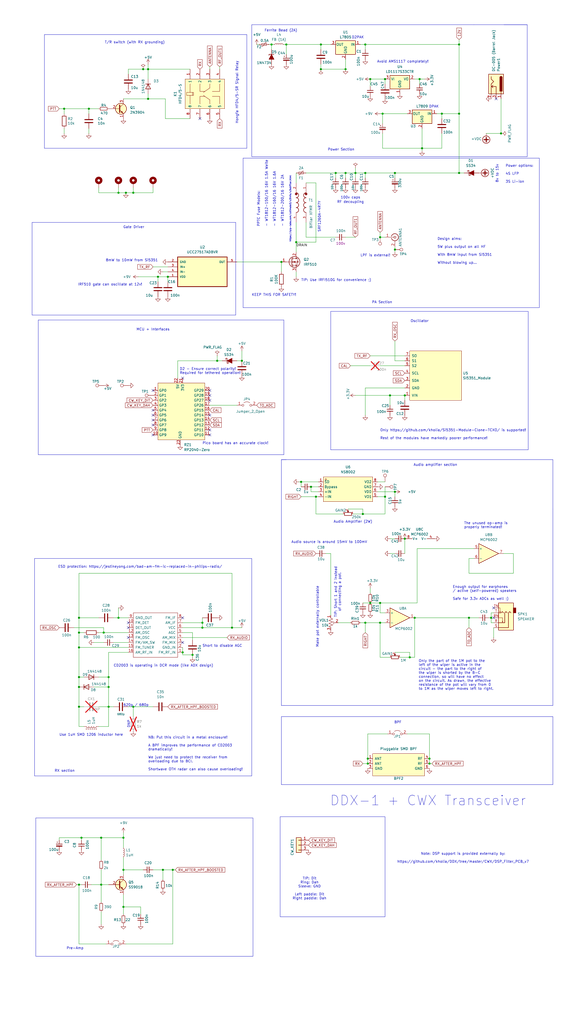
<source format=kicad_sch>
(kicad_sch (version 20240716) (generator "eeschema") (generator_version "8.99")
  (paper "User" 299.999 526.212)
  (title_block (title "DDX-1 + CWX-1 Digital Transceiver") (date "2024-08-01") (rev "Revision 2.20") (company "Author: Dhiru Kholia (VU3CER)") (comment 1 "CW + Digital! With dual-path audio!"))
  (rectangle (start 144.145 419.735) (end 198.12 471.17))
  (rectangle (start 18.415 420.37) (end 130.175 491.49))
  (text "PPTC Fuse Models:\n\n- WT1812-150/16 16V 1.5A Weite\n\n- WT1812-160/16 16V 1.6A\n\n- WT1812-200/16 16V 2A" (at 146.05 116.586 90) (effects (font (size 1.27 1.27)) (justify left bottom)))
  (text "DPAK" (at 223.266 54.864 0) (effects (font (size 1.27 1.27))))
  (text "T/R switch (with RX grounding)" (at 53.848 22.606 0) (effects (font (size 1.27 1.27)) (justify left bottom)))
  (text "8mW to 10mW from Si5351" (at 81.28 134.62 0) (effects (font (size 1.27 1.27)) (justify right bottom)))
  (text "Power options:\n\n4S LFP\n\n3S Li-ion" (at 260.096 94.234 0) (effects (font (size 1.27 1.27)) (justify left bottom)))
  (text "Audio amplifier section" (at 224.028 239.014 0) (effects (font (size 1.27 1.27))))
  (text "Avoid AMS1117 completely!" (at 207.264 31.75 0) (effects (font (size 1.27 1.27))))
  (text "Oscillator" (at 215.9 165.1 0) (effects (font (size 1.27 1.27))))
  (text "ESD protection: https://jestineyong.com/bad-am-fm-ic-replaced-in-philips-radio/" (at 114.3 292.1 0) (effects (font (size 1.27 1.27)) (justify right bottom)))
  (text "Note: DSP support is provided externally by:\n\nhttps://github.com/kholia/DDX/tree/master/CWX/DSP_Filter_PCB_v7" (at 238.252 440.944 0) (effects (font (size 1.27 1.27))))
  (text "Use 1uH SMD 1206 inductor here" (at 30.48 378.46 0) (effects (font (size 1.27 1.27)) (justify left bottom)))
  (text "TIP: Dit\nRing: Dah\nSleeve: GND\n\nLeft paddle: Dit\nRight paddle: Dah" (at 159.258 456.692 0) (effects (font (size 1.27 1.27))))
  (text "Pico board has an accurate clock!" (at 104.14 228.6 0) (effects (font (size 1.27 1.27)) (justify left bottom)))
  (text "KEEP THIS FOR SAFETY!" (at 129.54 152.4 0) (effects (font (size 1.27 1.27)) (justify left bottom)))
  (text "CD2003 is operating in DCR mode (like ADX design)" (at 58.42 342.9 0) (effects (font (size 1.27 1.27)) (justify left bottom)))
  (text "Enough output for earphones \n/ active (self-powered) speakers\n\nSafe for 3.3v ADCs as well ;)" (at 232.918 308.61 0) (effects (font (size 1.27 1.27)) (justify left bottom)))
  (text "DNP" (at 67.056 374.142 90) (effects (font (size 1.27 1.27)) (justify left bottom)))
  (text "Audio source is around 15mV to 100mV" (at 149.86 279.4 0) (effects (font (size 1.27 1.27)) (justify left bottom)))
  (text "Power Section" (at 175.514 76.962 0) (effects (font (size 1.27 1.27))))
  (text "BPF" (at 204.724 371.348 0) (effects (font (size 1.27 1.27))))
  (text "Hongfa HFD4/5-SR Signal Relay" (at 121.92 47.498 90) (effects (font (size 1.27 1.27))))
  (text "D2 - Ensure correct polarity! \nRequired for tethered operation!" (at 92.456 192.532 0) (effects (font (size 1.27 1.27)) (justify left bottom)))
  (text "DDX-1 + CWX Transceiver" (at 169.672 414.528 0) (effects (font (size 5 5)) (justify left bottom)))
  (text "LPF is external!" (at 185.42 132.08 0) (effects (font (size 1.27 1.27)) (justify left bottom)))
  (text "Design aims:\n\n5W plus output on all HF\n\nWith 8mW input from Si5351\n\nWithout blowing up..." (at 225.044 135.89 0) (effects (font (size 1.27 1.27)) (justify left bottom)))
  (text "D2PAK" (at 184.15 19.304 0) (effects (font (size 1.27 1.27))))
  (text "MCU + Interfaces" (at 78.74 169.418 0) (effects (font (size 1.27 1.27))))
  (text "SRF1260A-4R7Y" (at 165.1 119.38 90) (effects (font (size 1.27 1.27)) (justify left bottom)))
  (text "100v caps" (at 180.34 101.6 0) (effects (font (size 1.27 1.27))))
  (text "RF decoupling" (at 180.34 103.886 0) (effects (font (size 1.27 1.27))))
  (text "PA Section" (at 196.596 155.448 0) (effects (font (size 1.27 1.27))))
  (text "https://qrp-labs.com/ultimate3/u3info/u3sbifilar.html" (at 149.86 124.46 90) (effects (font (size 0.8 0.8)) (justify left bottom)))
  (text "Only https://github.com/kholia/Si5351-Module-Clone-TCXO/ is supported!\n\nRest of the modules have markedly poorer performance!" (at 195.58 226.06 0) (effects (font (size 1.27 1.27)) (justify left bottom)))
  (text "8v to 15v" (at 256.54 93.98 90) (effects (font (size 1.27 1.27)) (justify left bottom)))
  (text "NB: Put this circuit in a metal enclosure!\n\nA BPF improves the performance of CD2003\ndramatically!\n\nWe just need to protect the receiver from\noverloading due to BCI.\n\nShortwave OTH radar can also cause overloading!" (at 76.2 396.24 0) (effects (font (size 1.27 1.27)) (justify left bottom)))
  (text "Pre-Amp" (at 38.608 487.426 0) (effects (font (size 1.27 1.27))))
  (text "Short to disable AGC" (at 104.14 332.74 0) (effects (font (size 1.27 1.27)) (justify left bottom)))
  (text "Audio Amplifier (2W)" (at 181.61 268.224 0) (effects (font (size 1.27 1.27))))
  (text "620p / 680p" (at 63.5 363.22 0) (effects (font (size 1.27 1.27)) (justify left bottom)))
  (text "TIP: Short 1 and 2 instead\nof connecting a pot." (at 173.736 304.292 90) (effects (font (size 1.27 1.27))))
  (text "Ferrite Bead (2A)" (at 144.526 15.748 0) (effects (font (size 1.27 1.27))))
  (text "TIP: Use IRFI510G for convenience ;)" (at 154.94 144.78 0) (effects (font (size 1.27 1.27)) (justify left bottom)))
  (text "Make pot externally controllable" (at 164.084 332.74 90) (effects (font (size 1.27 1.27)) (justify left bottom)))
  (text "IRF510 gate can oscillate at 12v!" (at 56.642 146.304 0) (effects (font (size 1.27 1.27))))
  (text "Only the part of the 1M pot to the \nleft of the wiper is active in the \ncircuit - the part to the right of\nthe wiper is shorted by the B-C \nconnection, so will have no effect\non the circuit. As drawn, the effective\nresistance of the pot will vary from 0\nto 1M as the wiper moves left to right." (at 215.392 354.838 0) (effects (font (size 1.27 1.27)) (justify left bottom)))
  (text "Gate Driver" (at 68.834 116.84 0) (effects (font (size 1.27 1.27))))
  (text "The unused op-amp is \nproperly terminated!" (at 238.76 271.78 0) (effects (font (size 1.27 1.27)) (justify left bottom)))
  (text "RX section" (at 33.274 396.24 0) (effects (font (size 1.27 1.27))))
  (junction (at 217.17 76.2))
  (junction (at 41.91 430.53))
  (junction (at 198.12 255.27))
  (junction (at 236.22 88.9))
  (junction (at 60.96 99.06))
  (junction (at 52.07 454.66))
  (junction (at 52.07 430.53))
  (junction (at 83.82 447.04))
  (junction (at 190.5 40.64))
  (junction (at 63.5 466.09))
  (junction (at 177.8 35.56))
  (junction (at 187.96 22.86))
  (junction (at 111.76 185.42))
  (junction (at 60.96 317.5))
  (junction (at 86.36 142.24))
  (junction (at 139.7 22.86))
  (junction (at 203.2 252.73))
  (junction (at 55.88 363.22))
  (junction (at 236.22 58.42))
  (junction (at 144.78 134.62))
  (junction (at 220.98 389.89))
  (junction (at 40.64 353.06))
  (junction (at 40.64 363.22))
  (junction (at 45.72 55.88))
  (junction (at 40.64 332.74))
  (junction (at 68.58 99.06))
  (junction (at 195.58 320.04))
  (junction (at 73.66 35.56))
  (junction (at 241.3 317.5))
  (junction (at 198.12 40.64))
  (junction (at 208.28 276.86))
  (junction (at 68.58 363.22))
  (junction (at 55.88 353.06))
  (junction (at 63.5 430.53))
  (junction (at 165.1 35.56))
  (junction (at 55.88 347.98))
  (junction (at 195.58 309.88))
  (junction (at 190.5 309.88))
  (junction (at 124.46 185.42))
  (junction (at 177.8 88.9))
  (junction (at 40.64 454.66))
  (junction (at 186.69 264.16))
  (junction (at 40.64 347.98))
  (junction (at 162.56 255.27))
  (junction (at 227.33 58.42))
  (junction (at 252.73 317.5))
  (junction (at 104.14 320.04))
  (junction (at 215.9 40.64))
  (junction (at 172.72 88.9))
  (junction (at 147.32 22.86))
  (junction (at 63.5 447.04))
  (junction (at 160.02 250.19))
  (junction (at 40.64 325.12))
  (junction (at 196.85 58.42))
  (junction (at 152.4 124.46))
  (junction (at 104.14 322.58))
  (junction (at 53.34 325.12))
  (junction (at 213.36 317.5))
  (junction (at 236.22 22.86))
  (junction (at 208.28 203.2))
  (junction (at 182.88 88.9))
  (junction (at 40.64 317.5))
  (junction (at 93.98 335.28))
  (junction (at 81.28 142.24))
  (junction (at 203.2 88.9))
  (junction (at 187.96 88.9))
  (junction (at 189.23 392.43))
  (junction (at 64.77 99.06))
  (junction (at 154.94 247.65))
  (junction (at 33.02 55.88))
  (junction (at 187.96 320.04))
  (junction (at 88.9 447.04))
  (junction (at 76.2 50.8))
  (junction (at 165.1 22.86))
  (junction (at 200.66 203.2))
  (junction (at 99.06 336.55))
  (junction (at 257.81 68.58))
  (junction (at 119.38 322.58))
  (junction (at 189.23 389.89))
  (junction (at 195.58 121.92))
  (junction (at 203.2 128.27))
  (junction (at 220.98 392.43))
  (junction (at 210.82 337.82))
  (junction (at 76.2 35.56))
  (no_connect (at 107.95 203.2))
  (no_connect (at 102.87 60.96))
  (no_connect (at 107.95 220.98))
  (no_connect (at 66.04 320.04))
  (no_connect (at 78.74 200.66))
  (no_connect (at 78.74 218.44))
  (no_connect (at 254 317.5))
  (no_connect (at 93.98 194.31))
  (no_connect (at 93.98 317.5))
  (no_connect (at 107.95 223.52))
  (no_connect (at 66.04 322.58))
  (no_connect (at 107.95 213.36))
  (no_connect (at 107.95 200.66))
  (no_connect (at 107.95 205.74))
  (no_connect (at 255.27 50.8))
  (no_connect (at 78.74 210.82))
  (no_connect (at 66.04 327.66))
  (no_connect (at 78.74 223.52))
  (no_connect (at 93.98 330.2))
  (no_connect (at 78.74 213.36))
  (no_connect (at 254 312.42))
  (no_connect (at 78.74 215.9))
  (wire (pts (xy 71.12 142.24) (xy 81.28 142.24)))
  (wire (pts (xy 40.64 347.98) (xy 40.64 353.06)))
  (wire (pts (xy 189.23 389.89) (xy 189.23 392.43)))
  (wire (pts (xy 64.77 99.06) (xy 68.58 99.06)))
  (wire (pts (xy 162.56 264.16) (xy 176.53 264.16)))
  (polyline (pts (xy 17.145 114.3) (xy 121.285 114.3)))
  (wire (pts (xy 66.04 35.56) (xy 66.04 38.1)))
  (wire (pts (xy 93.98 332.74) (xy 93.98 335.28)))
  (wire (pts (xy 187.96 88.9) (xy 187.96 91.44)))
  (wire (pts (xy 40.64 325.12) (xy 40.64 317.5)))
  (wire (pts (xy 144.78 139.7) (xy 144.78 134.62)))
  (wire (pts (xy 252.73 317.5) (xy 252.73 320.04)))
  (polyline (pts (xy 19.685 164.465) (xy 19.685 233.68)))
  (wire (pts (xy 198.12 40.64) (xy 198.12 43.18)))
  (wire (pts (xy 40.64 485.14) (xy 54.61 485.14)))
  (wire (pts (xy 43.18 347.98) (xy 40.64 347.98)))
  (wire (pts (xy 30.48 431.8) (xy 30.48 430.53)))
  (wire (pts (xy 52.07 447.04) (xy 52.07 454.66)))
  (wire (pts (xy 165.1 22.86) (xy 165.1 25.4)))
  (wire (pts (xy 157.48 93.98) (xy 162.56 93.98)))
  (wire (pts (xy 99.06 325.12) (xy 99.06 328.93)))
  (wire (pts (xy 236.22 20.32) (xy 236.22 22.86)))
  (polyline (pts (xy 20.32 164.465) (xy 146.05 164.465)))
  (wire (pts (xy 45.72 55.88) (xy 45.72 58.42)))
  (wire (pts (xy 93.98 335.28) (xy 93.98 336.55)))
  (wire (pts (xy 63.5 427.99) (xy 63.5 430.53)))
  (wire (pts (xy 195.58 121.92) (xy 198.12 121.92)))
  (polyline (pts (xy 243.84 12.7) (xy 271.145 12.7)))
  (wire (pts (xy 72.39 466.09) (xy 63.5 466.09)))
  (wire (pts (xy 40.64 317.5) (xy 40.64 294.64)))
  (polyline (pts (xy 271.272 78.74) (xy 271.272 80.518)))
  (wire (pts (xy 208.28 199.39) (xy 187.96 199.39)))
  (wire (pts (xy 78.74 447.04) (xy 83.82 447.04)))
  (wire (pts (xy 187.96 25.4) (xy 187.96 22.86)))
  (wire (pts (xy 187.96 199.39) (xy 187.96 213.36)))
  (wire (pts (xy 172.72 88.9) (xy 177.8 88.9)))
  (wire (pts (xy 45.72 55.88) (xy 50.8 55.88)))
  (polyline (pts (xy 284.48 236.22) (xy 284.48 261.62)))
  (wire (pts (xy 203.2 252.73) (xy 203.2 255.27)))
  (wire (pts (xy 157.48 114.3) (xy 157.48 121.92)))
  (wire (pts (xy 99.06 336.55) (xy 99.06 337.82)))
  (wire (pts (xy 259.08 284.48) (xy 264.16 284.48)))
  (wire (pts (xy 41.91 430.53) (xy 41.91 431.8)))
  (wire (pts (xy 195.58 320.04) (xy 198.12 320.04)))
  (wire (pts (xy 160.02 252.73) (xy 160.02 250.19)))
  (wire (pts (xy 139.7 22.86) (xy 140.97 22.86)))
  (wire (pts (xy 91.44 185.42) (xy 111.76 185.42)))
  (wire (pts (xy 177.8 88.9) (xy 177.8 91.44)))
  (wire (pts (xy 52.07 430.53) (xy 52.07 441.96)))
  (wire (pts (xy 154.94 247.65) (xy 163.83 247.65)))
  (wire (pts (xy 195.58 320.04) (xy 195.58 337.82)))
  (wire (pts (xy 198.12 255.27) (xy 198.12 264.16)))
  (wire (pts (xy 154.94 255.27) (xy 162.56 255.27)))
  (wire (pts (xy 257.81 68.58) (xy 250.19 68.58)))
  (wire (pts (xy 198.12 250.19) (xy 198.12 255.27)))
  (wire (pts (xy 91.44 185.42) (xy 91.44 194.31)))
  (wire (pts (xy 40.64 294.64) (xy 119.38 294.64)))
  (wire (pts (xy 86.36 142.24) (xy 86.36 144.78)))
  (polyline (pts (xy 129.54 12.7) (xy 243.84 12.7)))
  (wire (pts (xy 119.38 322.58) (xy 124.46 322.58)))
  (wire (pts (xy 30.48 430.53) (xy 41.91 430.53)))
  (wire (pts (xy 40.64 332.74) (xy 40.64 325.12)))
  (wire (pts (xy 257.81 68.58) (xy 257.81 50.8)))
  (wire (pts (xy 55.88 363.22) (xy 55.88 373.38)))
  (wire (pts (xy 187.96 320.04) (xy 187.96 325.12)))
  (wire (pts (xy 195.58 337.82) (xy 200.66 337.82)))
  (wire (pts (xy 132.08 22.86) (xy 133.35 22.86)))
  (polyline (pts (xy 271.272 12.7) (xy 259.334 12.7)))
  (wire (pts (xy 83.82 139.7) (xy 86.36 139.7)))
  (polyline (pts (xy 129.54 12.7) (xy 129.54 78.74)))
  (wire (pts (xy 254 322.58) (xy 254 327.66)))
  (wire (pts (xy 33.02 58.42) (xy 33.02 55.88)))
  (polyline (pts (xy 271.78 160.02) (xy 271.78 231.14)))
  (wire (pts (xy 45.72 66.04) (xy 45.72 68.58)))
  (wire (pts (xy 182.88 203.2) (xy 200.66 203.2)))
  (wire (pts (xy 85.09 50.8) (xy 85.09 60.96)))
  (wire (pts (xy 236.22 88.9) (xy 238.76 88.9)))
  (wire (pts (xy 76.2 33.02) (xy 76.2 35.56)))
  (polyline (pts (xy 144.78 236.22) (xy 284.48 236.22)))
  (wire (pts (xy 152.4 93.98) (xy 152.4 88.9)))
  (wire (pts (xy 220.98 389.89) (xy 220.98 392.43)))
  (wire (pts (xy 213.36 40.64) (xy 215.9 40.64)))
  (wire (pts (xy 157.48 88.9) (xy 172.72 88.9)))
  (wire (pts (xy 104.14 320.04) (xy 104.14 322.58)))
  (wire (pts (xy 119.38 294.64) (xy 119.38 322.58)))
  (wire (pts (xy 73.66 35.56) (xy 66.04 35.56)))
  (wire (pts (xy 81.28 144.78) (xy 81.28 142.24)))
  (wire (pts (xy 203.2 284.48) (xy 200.66 284.48)))
  (wire (pts (xy 88.9 485.14) (xy 88.9 447.04)))
  (wire (pts (xy 68.58 363.22) (xy 78.74 363.22)))
  (wire (pts (xy 215.9 40.64) (xy 215.9 43.18)))
  (wire (pts (xy 252.73 314.96) (xy 252.73 317.5)))
  (wire (pts (xy 60.96 317.5) (xy 60.96 312.42)))
  (wire (pts (xy 157.48 121.92) (xy 172.72 121.92)))
  (wire (pts (xy 154.94 247.65) (xy 154.94 250.19)))
  (wire (pts (xy 55.88 335.28) (xy 66.04 335.28)))
  (wire (pts (xy 254 314.96) (xy 252.73 314.96)))
  (wire (pts (xy 68.58 99.06) (xy 78.74 99.06)))
  (wire (pts (xy 121.92 185.42) (xy 124.46 185.42)))
  (wire (pts (xy 40.64 454.66) (xy 40.64 485.14)))
  (wire (pts (xy 162.56 93.98) (xy 162.56 124.46)))
  (wire (pts (xy 215.9 40.64) (xy 218.44 40.64)))
  (wire (pts (xy 152.4 124.46) (xy 152.4 129.54)))
  (wire (pts (xy 58.42 330.2) (xy 66.04 330.2)))
  (polyline (pts (xy 129.54 287.02) (xy 129.54 398.78)))
  (wire (pts (xy 50.8 99.06) (xy 60.96 99.06)))
  (wire (pts (xy 185.42 320.04) (xy 187.96 320.04)))
  (wire (pts (xy 104.14 322.58) (xy 119.38 322.58)))
  (wire (pts (xy 165.1 35.56) (xy 177.8 35.56)))
  (wire (pts (xy 48.26 353.06) (xy 55.88 353.06)))
  (polyline (pts (xy 170.18 160.02) (xy 271.78 160.02)))
  (wire (pts (xy 76.2 35.56) (xy 97.79 35.56)))
  (wire (pts (xy 214.63 281.94) (xy 243.84 281.94)))
  (wire (pts (xy 39.37 454.66) (xy 40.64 454.66)))
  (wire (pts (xy 264.16 284.48) (xy 264.16 294.64)))
  (polyline (pts (xy 17.78 398.78) (xy 17.78 287.02)))
  (wire (pts (xy 203.2 185.42) (xy 208.28 185.42)))
  (polyline (pts (xy 16.51 114.3) (xy 17.145 114.3)))
  (wire (pts (xy 196.85 58.42) (xy 196.85 63.5)))
  (polyline (pts (xy 170.18 160.02) (xy 170.18 231.14)))
  (wire (pts (xy 50.8 363.22) (xy 55.88 363.22)))
  (wire (pts (xy 195.58 309.88) (xy 214.63 309.88)))
  (wire (pts (xy 152.4 142.24) (xy 152.4 139.7)))
  (polyline (pts (xy 125.095 81.28) (xy 125.095 158.115)))
  (wire (pts (xy 113.03 34.29) (xy 113.03 35.56)))
  (wire (pts (xy 172.72 88.9) (xy 172.72 91.44)))
  (wire (pts (xy 170.18 284.48) (xy 170.18 316.23)))
  (wire (pts (xy 107.95 208.28) (xy 121.92 208.28)))
  (wire (pts (xy 194.31 252.73) (xy 203.2 252.73)))
  (wire (pts (xy 243.84 287.02) (xy 241.3 287.02)))
  (wire (pts (xy 200.66 203.2) (xy 200.66 208.28)))
  (wire (pts (xy 195.58 309.88) (xy 195.58 314.96)))
  (polyline (pts (xy 127 76.2) (xy 22.86 76.2)))
  (wire (pts (xy 208.28 203.2) (xy 208.28 205.74)))
  (wire (pts (xy 50.8 347.98) (xy 55.88 347.98)))
  (wire (pts (xy 224.79 58.42) (xy 227.33 58.42)))
  (wire (pts (xy 40.64 317.5) (xy 50.8 317.5)))
  (wire (pts (xy 203.2 88.9) (xy 236.22 88.9)))
  (wire (pts (xy 190.5 187.96) (xy 180.34 187.96)))
  (polyline (pts (xy 146.05 164.465) (xy 146.05 233.68)))
  (wire (pts (xy 182.88 88.9) (xy 187.96 88.9)))
  (wire (pts (xy 55.88 363.22) (xy 58.42 363.22)))
  (wire (pts (xy 146.05 22.86) (xy 147.32 22.86)))
  (wire (pts (xy 40.64 363.22) (xy 43.18 363.22)))
  (wire (pts (xy 48.26 330.2) (xy 53.34 330.2)))
  (wire (pts (xy 50.8 325.12) (xy 53.34 325.12)))
  (wire (pts (xy 162.56 255.27) (xy 163.83 255.27)))
  (wire (pts (xy 33.02 55.88) (xy 45.72 55.88)))
  (wire (pts (xy 205.74 337.82) (xy 210.82 337.82)))
  (wire (pts (xy 241.3 317.5) (xy 241.3 322.58)))
  (wire (pts (xy 195.58 119.38) (xy 195.58 121.92)))
  (wire (pts (xy 236.22 58.42) (xy 236.22 22.86)))
  (wire (pts (xy 187.96 88.9) (xy 203.2 88.9)))
  (wire (pts (xy 160.02 250.19) (xy 163.83 250.19)))
  (wire (pts (xy 213.36 317.5) (xy 213.36 337.82)))
  (wire (pts (xy 241.3 287.02) (xy 241.3 294.64)))
  (polyline (pts (xy 22.86 17.78) (xy 127 17.78)))
  (wire (pts (xy 83.82 452.12) (xy 83.82 447.04)))
  (wire (pts (xy 241.3 294.64) (xy 264.16 294.64)))
  (wire (pts (xy 153.67 247.65) (xy 154.94 247.65)))
  (polyline (pts (xy 16.51 161.925) (xy 16.51 114.3)))
  (wire (pts (xy 63.5 449.58) (xy 63.5 447.04)))
  (wire (pts (xy 190.5 182.88) (xy 208.28 182.88)))
  (wire (pts (xy 81.28 142.24) (xy 86.36 142.24)))
  (wire (pts (xy 194.31 247.65) (xy 198.12 247.65)))
  (polyline (pts (xy 284.48 403.225) (xy 144.78 403.225)))
  (polyline (pts (xy 144.78 261.62) (xy 144.78 236.22)))
  (polyline (pts (xy 19.685 164.465) (xy 20.32 164.465)))
  (polyline (pts (xy 144.78 368.3) (xy 284.48 368.3)))
  (wire (pts (xy 93.98 322.58) (xy 104.14 322.58)))
  (polyline (pts (xy 271.272 78.74) (xy 271.272 12.7)))
  (polyline (pts (xy 146.05 233.68) (xy 19.685 233.68)))
  (polyline (pts (xy 144.78 236.22) (xy 147.32 236.22)))
  (wire (pts (xy 138.43 22.86) (xy 139.7 22.86)))
  (wire (pts (xy 179.07 261.62) (xy 186.69 261.62)))
  (wire (pts (xy 50.8 373.38) (xy 55.88 373.38)))
  (polyline (pts (xy 277.495 158.115) (xy 125.095 158.115)))
  (wire (pts (xy 165.1 22.86) (xy 170.18 22.86)))
  (wire (pts (xy 190.5 309.88) (xy 195.58 309.88)))
  (wire (pts (xy 165.1 33.02) (xy 165.1 35.56)))
  (wire (pts (xy 186.69 264.16) (xy 198.12 264.16)))
  (wire (pts (xy 254 320.04) (xy 252.73 320.04)))
  (polyline (pts (xy 27.94 287.02) (xy 129.54 287.02)))
  (wire (pts (xy 121.92 134.62) (xy 144.78 134.62)))
  (wire (pts (xy 78.74 99.06) (xy 78.74 96.52)))
  (wire (pts (xy 152.4 124.46) (xy 162.56 124.46)))
  (wire (pts (xy 63.5 440.69) (xy 63.5 447.04)))
  (wire (pts (xy 66.04 363.22) (xy 68.58 363.22)))
  (wire (pts (xy 196.85 68.58) (xy 196.85 76.2)))
  (wire (pts (xy 83.82 447.04) (xy 88.9 447.04)))
  (wire (pts (xy 177.8 88.9) (xy 182.88 88.9)))
  (wire (pts (xy 111.76 182.88) (xy 111.76 185.42)))
  (wire (pts (xy 186.69 392.43) (xy 189.23 392.43)))
  (wire (pts (xy 52.07 454.66) (xy 55.88 454.66)))
  (polyline (pts (xy 129.54 78.74) (xy 129.54 80.518)))
  (wire (pts (xy 196.85 58.42) (xy 209.55 58.42)))
  (wire (pts (xy 210.82 335.28) (xy 210.82 337.82)))
  (wire (pts (xy 52.07 468.63) (xy 52.07 474.98)))
  (wire (pts (xy 190.5 40.64) (xy 198.12 40.64)))
  (wire (pts (xy 40.64 363.22) (xy 40.64 353.06)))
  (wire (pts (xy 63.5 430.53) (xy 63.5 435.61)))
  (wire (pts (xy 173.99 320.04) (xy 180.34 320.04)))
  (wire (pts (xy 88.9 447.04) (xy 90.17 447.04)))
  (polyline (pts (xy 129.54 398.78) (xy 17.78 398.78)))
  (wire (pts (xy 93.98 320.04) (xy 104.14 320.04)))
  (wire (pts (xy 203.2 175.26) (xy 203.2 185.42)))
  (wire (pts (xy 30.48 55.88) (xy 33.02 55.88)))
  (wire (pts (xy 60.96 96.52) (xy 60.96 99.06)))
  (wire (pts (xy 78.74 137.16) (xy 86.36 137.16)))
  (wire (pts (xy 210.82 337.82) (xy 213.36 337.82)))
  (wire (pts (xy 220.98 377.19) (xy 220.98 389.89)))
  (polyline (pts (xy 144.78 362.585) (xy 284.48 362.585)))
  (wire (pts (xy 203.2 88.9) (xy 203.2 91.44)))
  (polyline (pts (xy 22.86 17.78) (xy 22.86 76.2)))
  (polyline (pts (xy 127 17.78) (xy 127 76.2)))
  (wire (pts (xy 213.36 317.5) (xy 241.3 317.5)))
  (wire (pts (xy 203.2 335.28) (xy 210.82 335.28)))
  (wire (pts (xy 236.22 58.42) (xy 236.22 88.9)))
  (wire (pts (xy 163.83 252.73) (xy 160.02 252.73)))
  (wire (pts (xy 187.96 22.86) (xy 236.22 22.86)))
  (wire (pts (xy 186.69 309.88) (xy 190.5 309.88)))
  (wire (pts (xy 139.7 22.86) (xy 139.7 25.4)))
  (wire (pts (xy 190.5 302.26) (xy 190.5 304.8)))
  (wire (pts (xy 195.58 314.96) (xy 198.12 314.96)))
  (wire (pts (xy 162.56 255.27) (xy 162.56 264.16)))
  (wire (pts (xy 227.33 58.42) (xy 227.33 60.96)))
  (wire (pts (xy 33.02 66.04) (xy 33.02 68.58)))
  (wire (pts (xy 76.2 35.56) (xy 76.2 40.64)))
  (wire (pts (xy 220.98 392.43) (xy 222.25 392.43)))
  (wire (pts (xy 63.5 447.04) (xy 73.66 447.04)))
  (wire (pts (xy 186.69 261.62) (xy 186.69 264.16)))
  (wire (pts (xy 52.07 463.55) (xy 52.07 454.66)))
  (wire (pts (xy 107.95 34.29) (xy 107.95 35.56)))
  (polyline (pts (xy 284.48 362.585) (xy 284.48 261.62)))
  (polyline (pts (xy 125.095 81.28) (xy 277.495 81.28)))
  (wire (pts (xy 43.18 325.12) (xy 40.64 325.12)))
  (wire (pts (xy 43.18 373.38) (xy 40.64 373.38)))
  (wire (pts (xy 203.2 128.27) (xy 203.2 129.54)))
  (polyline (pts (xy 271.78 231.14) (xy 170.18 231.14)))
  (wire (pts (xy 241.3 317.5) (xy 246.38 317.5)))
  (wire (pts (xy 181.61 264.16) (xy 186.69 264.16)))
  (wire (pts (xy 68.58 96.52) (xy 68.58 99.06)))
  (wire (pts (xy 147.32 22.86) (xy 165.1 22.86)))
  (wire (pts (xy 111.76 185.42) (xy 114.3 185.42)))
  (wire (pts (xy 104.14 317.5) (xy 104.14 320.04)))
  (polyline (pts (xy 277.495 81.28) (xy 277.495 158.115)))
  (wire (pts (xy 41.91 430.53) (xy 52.07 430.53)))
  (wire (pts (xy 208.28 187.96) (xy 195.58 187.96)))
  (wire (pts (xy 64.77 485.14) (xy 88.9 485.14)))
  (polyline (pts (xy 144.78 362.585) (xy 146.685 362.585)))
  (wire (pts (xy 208.28 276.86) (xy 208.28 284.48)))
  (wire (pts (xy 53.34 325.12) (xy 66.04 325.12)))
  (wire (pts (xy 227.33 58.42) (xy 236.22 58.42)))
  (wire (pts (xy 85.09 60.96) (xy 97.79 60.96)))
  (wire (pts (xy 189.23 377.19) (xy 189.23 389.89)))
  (wire (pts (xy 203.2 276.86) (xy 200.66 276.86)))
  (wire (pts (xy 40.64 332.74) (xy 40.64 347.98)))
  (wire (pts (xy 203.2 127) (xy 203.2 128.27)))
  (polyline (pts (xy 121.285 161.925) (xy 16.51 161.925)))
  (wire (pts (xy 76.2 50.8) (xy 76.2 48.26)))
  (wire (pts (xy 63.5 459.74) (xy 63.5 466.09)))
  (wire (pts (xy 190.5 40.64) (xy 190.5 44.45)))
  (wire (pts (xy 55.88 353.06) (xy 55.88 347.98)))
  (polyline (pts (xy 121.285 114.3) (xy 121.285 161.925)))
  (wire (pts (xy 194.31 255.27) (xy 198.12 255.27)))
  (wire (pts (xy 55.88 363.22) (xy 55.88 353.06)))
  (wire (pts (xy 214.63 309.88) (xy 214.63 281.94)))
  (wire (pts (xy 76.2 50.8) (xy 85.09 50.8)))
  (wire (pts (xy 63.5 466.09) (xy 63.5 469.9)))
  (wire (pts (xy 182.88 88.9) (xy 182.88 91.44)))
  (wire (pts (xy 217.17 76.2) (xy 217.17 77.47)))
  (wire (pts (xy 195.58 58.42) (xy 196.85 58.42)))
  (wire (pts (xy 167.64 284.48) (xy 170.18 284.48)))
  (wire (pts (xy 52.07 430.53) (xy 63.5 430.53)))
  (wire (pts (xy 209.55 377.19) (xy 220.98 377.19)))
  (wire (pts (xy 46.99 454.66) (xy 52.07 454.66)))
  (polyline (pts (xy 129.54 80.518) (xy 271.272 80.518)))
  (wire (pts (xy 40.64 363.22) (xy 40.64 373.38)))
  (wire (pts (xy 93.98 325.12) (xy 99.06 325.12)))
  (wire (pts (xy 40.64 332.74) (xy 66.04 332.74)))
  (wire (pts (xy 196.85 76.2) (xy 217.17 76.2)))
  (wire (pts (xy 63.5 50.8) (xy 76.2 50.8)))
  (polyline (pts (xy 284.48 368.3) (xy 284.48 403.225)))
  (wire (pts (xy 182.88 86.36) (xy 182.88 88.9)))
  (wire (pts (xy 189.23 377.19) (xy 199.39 377.19)))
  (wire (pts (xy 217.17 66.04) (xy 217.17 76.2)))
  (wire (pts (xy 152.4 114.3) (xy 152.4 124.46)))
  (wire (pts (xy 177.8 121.92) (xy 182.88 121.92)))
  (wire (pts (xy 53.34 322.58) (xy 53.34 325.12)))
  (polyline (pts (xy 144.78 368.3) (xy 144.78 403.225)))
  (polyline (pts (xy 144.78 261.62) (xy 144.78 362.585)))
  (wire (pts (xy 200.66 203.2) (xy 208.28 203.2)))
  (wire (pts (xy 177.8 30.48) (xy 177.8 35.56)))
  (wire (pts (xy 187.96 320.04) (xy 195.58 320.04)))
  (wire (pts (xy 93.98 327.66) (xy 116.84 327.66)))
  (wire (pts (xy 124.46 180.34) (xy 124.46 185.42)))
  (wire (pts (xy 55.88 335.28) (xy 55.88 347.98)))
  (wire (pts (xy 50.8 96.52) (xy 50.8 99.06)))
  (wire (pts (xy 76.2 35.56) (xy 73.66 35.56)))
  (wire (pts (xy 68.58 368.3) (xy 68.58 363.22)))
  (wire (pts (xy 72.39 469.9) (xy 72.39 466.09)))
  (wire (pts (xy 38.1 322.58) (xy 53.34 322.58)))
  (wire (pts (xy 40.64 454.66) (xy 41.91 454.66)))
  (wire (pts (xy 227.33 68.58) (xy 227.33 76.2)))
  (wire (pts (xy 147.32 22.86) (xy 147.32 27.94)))
  (polyline (pts (xy 17.78 287.02) (xy 27.94 287.02)))
  (wire (pts (xy 60.96 99.06) (xy 64.77 99.06)))
  (wire (pts (xy 227.33 76.2) (xy 217.17 76.2)))
  (wire (pts (xy 93.98 336.55) (xy 99.06 336.55)))
  (wire (pts (xy 185.42 22.86) (xy 187.96 22.86)))
  (wire (pts (xy 58.42 317.5) (xy 60.96 317.5)))
  (wire (pts (xy 251.46 317.5) (xy 252.73 317.5)))
  (wire (pts (xy 66.04 317.5) (xy 60.96 317.5)))
  (label "DRAIN" (at 152.4 127 0))
  (global_label "CAL" (shape input) (at 107.95 210.82 0) (property "Intersheetrefs" "${INTERSHEET_REFS}" (effects (hide yes))))
  (global_label "TX_RF" (shape input) (at 78.74 137.16 180) (property "Intersheetrefs" "${INTERSHEET_REFS}" (effects (hide yes))))
  (global_label "RX_AFTER_HPF" (shape input) (at 39.37 454.66 180) (property "Intersheetrefs" "${INTERSHEET_REFS}" (effects (hide yes))))
  (global_label "SDA" (shape input) (at 107.95 218.44 0) (property "Intersheetrefs" "${INTERSHEET_REFS}" (effects (hide yes))))
  (global_label "TX_RF" (shape input) (at 190.5 182.88 180) (property "Intersheetrefs" "${INTERSHEET_REFS}" (effects (hide yes))))
  (global_label "RIGHT" (shape input) (at 187.96 325.12 270) (property "Intersheetrefs" "${INTERSHEET_REFS}" (effects (hide yes))))
  (global_label "CAL" (shape input) (at 180.34 187.96 180) (property "Intersheetrefs" "${INTERSHEET_REFS}" (effects (hide yes))))
  (global_label "CW_KEY_DAH" (shape input) (at 78.74 208.28 180) (property "Intersheetrefs" "${INTERSHEET_REFS}" (effects (hide yes))))
  (global_label "RX" (shape input) (at 102.87 35.56 90) (property "Intersheetrefs" "${INTERSHEET_REFS}" (effects (hide yes))))
  (global_label "RX" (shape input) (at 113.03 60.96 270) (property "Intersheetrefs" "${INTERSHEET_REFS}" (effects (hide yes))))
  (global_label "RF_OUT1" (shape input) (at 113.03 34.29 90) (property "Intersheetrefs" "${INTERSHEET_REFS}" (effects (hide yes))))
  (global_label "RX_AFTER_HPF_BOOSTED" (shape input) (at 90.17 447.04 0) (property "Intersheetrefs" "${INTERSHEET_REFS}" (effects (hide yes))))
  (global_label "RX_OSC" (shape input) (at 30.48 322.58 180) (property "Intersheetrefs" "${INTERSHEET_REFS}" (effects (hide yes))))
  (global_label "CW_KEY_DIT" (shape input) (at 158.75 431.8 0) (property "Intersheetrefs" "${INTERSHEET_REFS}" (effects (hide yes))))
  (global_label "RX_AUDIO" (shape input) (at 116.84 327.66 0) (property "Intersheetrefs" "${INTERSHEET_REFS}" (effects (hide yes))))
  (global_label "TO_ADC" (shape input) (at 241.3 322.58 270) (property "Intersheetrefs" "${INTERSHEET_REFS}" (effects (hide yes))))
  (global_label "SCL" (shape input) (at 208.28 191.77 180) (property "Intersheetrefs" "${INTERSHEET_REFS}" (effects (hide yes))))
  (global_label "SDA" (shape input) (at 208.28 195.58 180) (property "Intersheetrefs" "${INTERSHEET_REFS}" (effects (hide yes))))
  (global_label "RX_AFTER_HPF" (shape input) (at 222.25 392.43 0) (property "Intersheetrefs" "${INTERSHEET_REFS}" (effects (hide yes))))
  (global_label "RX" (shape input) (at 186.69 392.43 180) (property "Intersheetrefs" "${INTERSHEET_REFS}" (effects (hide yes))))
  (global_label "CW_KEY_DIT" (shape input) (at 78.74 205.74 180) (property "Intersheetrefs" "${INTERSHEET_REFS}" (effects (hide yes))))
  (global_label "SCL" (shape input) (at 107.95 215.9 0) (property "Intersheetrefs" "${INTERSHEET_REFS}" (effects (hide yes))))
  (global_label "CW_KEY_DAH" (shape input) (at 158.75 434.34 0) (property "Intersheetrefs" "${INTERSHEET_REFS}" (effects (hide yes))))
  (global_label "RX_AFTER_HPF_BOOSTED" (shape input) (at 86.36 363.22 0) (property "Intersheetrefs" "${INTERSHEET_REFS}" (effects (hide yes))))
  (global_label "RX_AUDIO" (shape input) (at 162.56 284.48 180) (property "Intersheetrefs" "${INTERSHEET_REFS}" (effects (hide yes))))
  (global_label "PTT" (shape input) (at 78.74 220.98 180) (property "Intersheetrefs" "${INTERSHEET_REFS}" (effects (hide yes))))
  (global_label "12V" (shape input) (at 236.22 20.32 90) (property "Intersheetrefs" "${INTERSHEET_REFS}" (effects (hide yes))))
  (global_label "PTT" (shape input) (at 30.48 55.88 180) (property "Intersheetrefs" "${INTERSHEET_REFS}" (effects (hide yes))))
  (global_label "ANTENNA" (shape input) (at 195.58 119.38 90) (property "Intersheetrefs" "${INTERSHEET_REFS}" (effects (hide yes))))
  (global_label "RF_OUT1" (shape input) (at 182.88 121.92 90) (property "Intersheetrefs" "${INTERSHEET_REFS}" (effects (hide yes))))
  (global_label "ANTENNA" (shape input) (at 107.95 34.29 90) (property "Intersheetrefs" "${INTERSHEET_REFS}" (effects (hide yes))))
  (global_label "RIGHT" (shape input) (at 154.94 255.27 180) (property "Intersheetrefs" "${INTERSHEET_REFS}" (effects (hide yes))))
  (global_label "TO_ADC" (shape input) (at 132.08 208.28 0) (property "Intersheetrefs" "${INTERSHEET_REFS}" (effects (hide yes))))
  (global_label "RX_OSC" (shape input) (at 203.2 175.26 90) (property "Intersheetrefs" "${INTERSHEET_REFS}" (effects (hide yes))))
  (symbol (lib_id "Device:C_Polarized_Small") (at 203.2 93.98 0) (unit 1)
    (property "Reference" "C5" (at 200.152 90.678 0) (effects (justify left)))
    (property "Value" "330u" (at 205.74 96.52 90) (effects (justify left)))
    (property "Footprint" "Capacitor_THT:CP_Radial_D8.0mm_P5.00mm" (effects (hide yes)))
    (property "Source" "LCSC" (effects (hide yes)))
  )
  (symbol (lib_id "Device:C_Small") (at 175.26 121.92 270) (unit 1)
    (property "Reference" "C7" (at 171.196 123.444 90))
    (property "Value" "100n" (at 175.387 118.618 90))
    (property "Footprint" "Capacitor_SMD:C_1206_3216Metric_Pad1.33x1.80mm_HandSolder" (effects (hide yes)))
    (property "Source" "LCSC" (effects (hide yes)))
    (property "Voltage" "100v" (at 175.26 125.095 90))
  )
  (symbol (lib_id "power:+VDC") (at 250.19 68.58 0) (mirror x) (unit 1)
    (property "Reference" "#PWR0110" (effects (hide yes)))
    (property "Value" "+VDC" (at 242.443 71.374 0) (effects (justify left)))
    (property "Description" "Power symbol creates a global label with name \"+VDC\"" (effects (hide yes)))
  )
  (symbol (lib_id "power:PWR_FLAG") (at 257.81 68.58 270) (mirror x) (unit 1)
    (property "Reference" "#FLG0103" (effects (hide yes)))
    (property "Value" "PWR_FLAG" (at 262.2042 68.58 0))
    (property "Description" "Special symbol for telling ERC where power comes from" (effects (hide yes)))
  )
  (symbol (lib_id "Device:C_Small") (at 177.8 93.98 0) (unit 1)
    (property "Reference" "C6" (at 175.768 90.932 90))
    (property "Value" "100n" (at 175.768 96.52 90) (effects (font (size 0.9906 0.9906))))
    (property "Footprint" "Capacitor_SMD:C_1206_3216Metric_Pad1.33x1.80mm_HandSolder" (effects (hide yes)))
    (property "Source" "LCSC" (effects (hide yes)))
  )
  (symbol (lib_id "power:GND") (at 52.07 474.98 0) (unit 1)
    (property "Reference" "#PWR056" (effects (hide yes)))
    (property "Value" "GND" (effects (hide yes)))
    (property "Description" "Power symbol creates a global label with name \"GND\" , ground" (effects (hide yes)))
  )
  (symbol (lib_id "Device:C") (at 208.28 209.55 180) (unit 1)
    (property "Reference" "C12" (at 207.772 212.598 0) (effects (justify left)))
    (property "Value" "10u" (at 208.026 207.01 0) (effects (justify left)))
    (property "Footprint" "Capacitor_SMD:C_1206_3216Metric_Pad1.33x1.80mm_HandSolder" (effects (hide yes)))
    (property "Source" "LCSC" (effects (hide yes)))
  )
  (symbol (lib_id "power:GND") (at 33.02 68.58 0) (unit 1)
    (property "Reference" "#PWR018" (effects (hide yes)))
    (property "Value" "GND" (effects (hide yes)))
    (property "Description" "Power symbol creates a global label with name \"GND\" , ground" (effects (hide yes)))
  )
  (symbol (lib_id "power:PWR_FLAG") (at 182.88 86.36 0) (unit 1)
    (property "Reference" "#FLG01" (effects (hide yes)))
    (property "Value" "PWR_FLAG" (effects (hide yes)))
    (property "Description" "Special symbol for telling ERC where power comes from" (effects (hide yes)))
  )
  (symbol (lib_id "Device:C_Small") (at 248.92 317.5 90) (unit 1)
    (property "Reference" "C43" (at 248.9708 314.3504 90))
    (property "Value" "10u" (at 249.047 320.294 90))
    (property "Footprint" "Capacitor_SMD:C_1206_3216Metric_Pad1.33x1.80mm_HandSolder" (effects (hide yes)))
    (property "Source" "LCSC" (effects (hide yes)))
  )
  (symbol (lib_id "Mechanical:MountingHole_Pad") (at 50.8 93.98 0) (unit 1)
    (property "Reference" "H1" (effects (hide yes)))
    (property "Value" "MountingHole_Pad" (effects (hide yes)))
    (property "Footprint" "MountingHole:MountingHole_3.2mm_M3_Pad_Via" (effects (hide yes)))
    (property "Source" "NA" (effects (hide yes)))
  )
  (symbol (lib_id "Device:R_Small") (at 190.5 312.42 0) (unit 1)
    (property "Reference" "R11" (at 194.056 312.674 90))
    (property "Value" "10k" (at 192.2526 312.4708 90))
    (property "Footprint" "Resistor_SMD:R_1206_3216Metric_Pad1.30x1.75mm_HandSolder" (effects (hide yes)))
    (property "Source" "LCSC" (effects (hide yes)))
  )
  (symbol (lib_id "Device:C") (at 81.28 148.59 0) (unit 1)
    (property "Reference" "C23" (at 76.835 145.415 0) (effects (justify left)))
    (property "Value" "10u" (at 74.93 151.765 0) (effects (justify left)))
    (property "Footprint" "Capacitor_SMD:C_1206_3216Metric_Pad1.33x1.80mm_HandSolder" (effects (hide yes)))
    (property "Source" "LCSC" (effects (hide yes)))
  )
  (symbol (lib_id "power:+VDC") (at 246.38 88.9 270) (unit 1)
    (property "Reference" "#PWR014" (effects (hide yes)))
    (property "Value" "+VDC" (at 253.365 88.9 0))
    (property "Description" "Power symbol creates a global label with name \"+VDC\"" (effects (hide yes)))
  )
  (symbol (lib_id "PCM_Transistor_BJT_AKL:SS9018") (at 60.96 454.66 0) (unit 1)
    (property "Reference" "Q5" (at 66.04 453.3899 0) (effects (justify left)))
    (property "Value" "SS9018" (at 66.04 455.9299 0) (effects (justify left)))
    (property "Footprint" "Connector_PinSocket_2.54mm:PinSocket_1x03_P2.54mm_Vertical" (effects (hide yes)))
    (property "Datasheet" "https://www.mouser.com/datasheet/2/149/SS9018-890081.pdf" (effects (hide yes)))
    (property "Description" "NPN TO-92 RF transistor, 15V, 50mA, 400mW, Alternate KiCAD Library" (effects (hide yes)))
  )
  (symbol (lib_id "power:GND") (at 83.82 139.7 270) (unit 1)
    (property "Reference" "#PWR04" (effects (hide yes)))
    (property "Value" "GND" (effects (hide yes)))
    (property "Description" "Power symbol creates a global label with name \"GND\" , ground" (effects (hide yes)))
  )
  (symbol (lib_id "Device:C_Polarized_Small") (at 147.32 30.48 0) (unit 1)
    (property "Reference" "C44" (at 142.875 27.305 0) (effects (justify left)))
    (property "Value" "100u" (at 149.86 33.02 90) (effects (justify left)))
    (property "Footprint" "Capacitor_THT:CP_Radial_D5.0mm_P2.50mm" (effects (hide yes)))
    (property "Source" "LCSC" (effects (hide yes)))
  )
  (symbol (lib_id "power:GND") (at 63.5 60.96 0) (unit 1)
    (property "Reference" "#PWR023" (effects (hide yes)))
    (property "Value" "GND" (effects (hide yes)))
    (property "Description" "Power symbol creates a global label with name \"GND\" , ground" (effects (hide yes)))
  )
  (symbol (lib_id "power:GND") (at 189.23 394.97 0) (unit 1)
    (property "Reference" "#PWR012" (effects (hide yes)))
    (property "Value" "GND" (effects (hide yes)))
  )
  (symbol (lib_id "Device:R") (at 68.58 372.11 0) (unit 1) (dnp yes)
    (property "Reference" "R7" (at 70.358 370.9416 0) (effects (justify left)))
    (property "Value" "1k" (at 70.358 373.253 0) (effects (justify left)))
    (property "Footprint" "Resistor_SMD:R_1206_3216Metric_Pad1.30x1.75mm_HandSolder" (effects (hide yes)))
    (property "Source" "LCSC" (effects (hide yes)))
  )
  (symbol (lib_id "Device:C") (at 66.04 41.91 0) (unit 1)
    (property "Reference" "C13" (at 67.31 39.37 0) (effects (justify left)))
    (property "Value" "10u" (at 67.31 45.085 0) (effects (justify left)))
    (property "Footprint" "Capacitor_SMD:C_1206_3216Metric_Pad1.33x1.80mm_HandSolder" (effects (hide yes)))
    (property "Source" "LCSC" (effects (hide yes)))
  )
  (symbol (lib_id "power:GND") (at 66.04 198.12 90) (unit 1)
    (property "Reference" "#PWR020" (effects (hide yes)))
    (property "Value" "GND" (effects (hide yes)))
    (property "Description" "Power symbol creates a global label with name \"GND\" , ground" (effects (hide yes)))
  )
  (symbol (lib_id "Device:C_Small") (at 76.2 447.04 90) (unit 1)
    (property "Reference" "C20" (at 76.2 443.484 90))
    (property "Value" "100n" (at 76.454 450.088 90))
    (property "Footprint" "Capacitor_SMD:C_1206_3216Metric_Pad1.33x1.80mm_HandSolder" (effects (hide yes)))
    (property "Description" "Unpolarized capacitor, small symbol" (effects (hide yes)))
  )
  (symbol (lib_id "power:GND") (at 45.72 68.58 0) (unit 1)
    (property "Reference" "#PWR022" (effects (hide yes)))
    (property "Value" "GND" (effects (hide yes)))
    (property "Description" "Power symbol creates a global label with name \"GND\" , ground" (effects (hide yes)))
  )
  (symbol (lib_id "power:GND") (at 200.66 284.48 270) (unit 1)
    (property "Reference" "#PWR076" (effects (hide yes)))
    (property "Value" "GND" (effects (hide yes)))
    (property "Description" "Power symbol creates a global label with name \"GND\" , ground" (effects (hide yes)))
  )
  (symbol (lib_id "power:+5V") (at 76.2 33.02 0) (unit 1)
    (property "Reference" "#PWR024" (effects (hide yes)))
    (property "Value" "+5V" (at 76.2 29.464 0))
    (property "Description" "Power symbol creates a global label with name \"+5V\"" (effects (hide yes)))
  )
  (symbol (lib_id "Device:C_Small") (at 186.69 312.42 0) (unit 1)
    (property "Reference" "C39" (at 183.769 313.055 90))
    (property "Value" "100n" (at 182.88 310.134 0))
    (property "Footprint" "Capacitor_SMD:C_1206_3216Metric_Pad1.33x1.80mm_HandSolder" (effects (hide yes)))
    (property "Source" "LCSC" (effects (hide yes)))
  )
  (symbol (lib_id "power:+3.3V") (at 208.28 276.86 0) (unit 1)
    (property "Reference" "#PWR078" (effects (hide yes)))
    (property "Value" "+3.3V" (at 208.28 272.034 0))
    (property "Description" "Power symbol creates a global label with name \"+3.3V\"" (effects (hide yes)))
  )
  (symbol (lib_id "power:GND") (at 170.18 323.85 0) (unit 1)
    (property "Reference" "#PWR071" (effects (hide yes)))
    (property "Value" "GND" (effects (hide yes)))
    (property "Description" "Power symbol creates a global label with name \"GND\" , ground" (effects (hide yes)))
  )
  (symbol (lib_id "power:GND") (at 254 327.66 0) (mirror y) (unit 1)
    (property "Reference" "#PWR081" (effects (hide yes)))
    (property "Value" "GND" (effects (hide yes)))
    (property "Description" "Power symbol creates a global label with name \"GND\" , ground" (effects (hide yes)))
  )
  (symbol (lib_name "D_1") (lib_id "Device:D") (at 46.99 347.98 180) (unit 1)
    (property "Reference" "D9" (at 42.418 346.71 0) (effects (justify right)))
    (property "Value" "1N4148" (at 44.831 345.059 0) (effects (justify right)))
    (property "Footprint" "Diode_THT:D_DO-35_SOD27_P2.54mm_Vertical_KathodeUp" (effects (hide yes)))
    (property "Datasheet" "https://www.vishay.com/docs/81857/1n4148.pdf" (effects (hide yes)))
    (property "Source" "LCSC" (effects (hide yes)))
  )
  (symbol (lib_id "Device:R") (at 144.78 143.51 0) (unit 1)
    (property "Reference" "R1" (at 139.8016 143.51 90))
    (property "Value" "100K" (at 142.113 143.51 90))
    (property "Footprint" "Resistor_SMD:R_1206_3216Metric_Pad1.30x1.75mm_HandSolder" (effects (hide yes)))
    (property "Source" "LCSC" (effects (hide yes)))
  )
  (symbol (lib_id "power:GND") (at 203.2 129.54 0) (mirror y) (unit 1)
    (property "Reference" "#PWR016" (effects (hide yes)))
    (property "Value" "GND" (effects (hide yes)))
    (property "Description" "Power symbol creates a global label with name \"GND\" , ground" (effects (hide yes)))
  )
  (symbol (lib_id "Diode:1N4148") (at 76.2 44.45 270) (unit 1)
    (property "Reference" "D3" (at 78.994 41.656 90) (effects (justify left)))
    (property "Value" "1N4148" (at 73.66 40.64 0) (effects (justify left)))
    (property "Footprint" "Diode_THT:D_DO-35_SOD27_P2.54mm_Vertical_KathodeUp" (effects (hide yes)))
    (property "Datasheet" "https://www.vishay.com/docs/81857/1n4148.pdf" (effects (hide yes)))
    (property "Source" "LCSC" (effects (hide yes)))
  )
  (symbol (lib_id "PCM_Diode_Schottky_AKL:SS34") (at 242.57 88.9 180) (unit 1)
    (property "Reference" "D1" (at 242.2525 82.55 0))
    (property "Value" "SS34" (at 242.2525 85.09 0))
    (property "Footprint" "Diode_SMD:D_SMA_Handsoldering" (effects (hide yes)))
    (property "Datasheet" "https://www.tme.eu/Document/4534c3d1273464918563ce78bdeb2ece/SS34-E3-57T.pdf" (effects (hide yes)))
    (property "Source" "LCSC" (effects (hide yes)))
  )
  (symbol (lib_id "Device:C_Small") (at 200.66 210.82 0) (unit 1)
    (property "Reference" "C25" (at 196.342 208.534 0) (effects (justify left)))
    (property "Value" "100n" (at 193.802 211.582 0) (effects (justify left)))
    (property "Footprint" "Capacitor_SMD:C_1206_3216Metric_Pad1.33x1.80mm_HandSolder" (effects (hide yes)))
    (property "Source" "LCSC" (effects (hide yes)))
  )
  (symbol (lib_id "power:GND") (at 92.71 228.6 0) (unit 1)
    (property "Reference" "#PWR038" (effects (hide yes)))
    (property "Value" "GND" (effects (hide yes)))
    (property "Description" "Power symbol creates a global label with name \"GND\" , ground" (effects (hide yes)))
  )
  (symbol (lib_id "power:PWR_FLAG") (at 111.76 182.88 0) (unit 1)
    (property "Reference" "#FLG05" (effects (hide yes)))
    (property "Value" "PWR_FLAG" (at 109.347 178.4858 0))
    (property "Description" "Special symbol for telling ERC where power comes from" (effects (hide yes)))
  )
  (symbol (lib_id "Device:C") (at 99.06 332.74 0) (unit 1)
    (property "Reference" "C36" (at 101.6 337.82 90))
    (property "Value" "10u" (at 102.616 333.248 90))
    (property "Footprint" "Capacitor_SMD:C_1206_3216Metric_Pad1.33x1.80mm_HandSolder" (effects (hide yes)))
    (property "Source" "LCSC" (effects (hide yes)))
  )
  (symbol (lib_id "power:GND") (at 139.7 33.02 0) (unit 1)
    (property "Reference" "#PWR046" (effects (hide yes)))
    (property "Value" "GND" (effects (hide yes)))
    (property "Description" "Power symbol creates a global label with name \"GND\" , ground" (effects (hide yes)))
  )
  (symbol (lib_id "Jumper:Jumper_2_Open") (at 127 208.28 0) (unit 1)
    (property "Reference" "JP4" (at 127 205.105 0))
    (property "Value" "Jumper_2_Open" (at 128.905 211.455 0))
    (property "Footprint" "Jumper:SolderJumper-2_P1.3mm_Open_TrianglePad1.0x1.5mm" (effects (hide yes)))
    (property "Source" "NA" (effects (hide yes)))
  )
  (symbol (lib_id "power:GND") (at 203.2 96.52 0) (unit 1)
    (property "Reference" "#PWR0103" (effects (hide yes)))
    (property "Value" "GND" (effects (hide yes)))
    (property "Description" "Power symbol creates a global label with name \"GND\" , ground" (effects (hide yes)))
  )
  (symbol (lib_id "power:GND") (at 107.95 60.96 0) (unit 1)
    (property "Reference" "#PWR025" (effects (hide yes)))
    (property "Value" "GND" (effects (hide yes)))
    (property "Description" "Power symbol creates a global label with name \"GND\" , ground" (effects (hide yes)))
  )
  (symbol (lib_id "power:+9V") (at 195.58 58.42 90) (unit 1)
    (property "Reference" "#PWR015" (effects (hide yes)))
    (property "Value" "+9V" (at 191.77 58.4199 90) (effects (justify left)))
    (property "Description" "Power symbol creates a global label with name \"+9V\"" (effects (hide yes)))
  )
  (symbol (lib_id "power:+3.3V") (at 218.44 40.64 270) (unit 1)
    (property "Reference" "#PWR034" (effects (hide yes)))
    (property "Value" "+3.3V" (at 222.25 41.275 0))
    (property "Description" "Power symbol creates a global label with name \"+3.3V\"" (effects (hide yes)))
  )
  (symbol (lib_id "power:GND") (at 66.04 45.72 0) (unit 1)
    (property "Reference" "#PWR010" (effects (hide yes)))
    (property "Value" "GND" (effects (hide yes)))
    (property "Description" "Power symbol creates a global label with name \"GND\" , ground" (effects (hide yes)))
  )
  (symbol (lib_id "Regulator_Linear:L7809") (at 217.17 58.42 0) (mirror y) (unit 1)
    (property "Reference" "U3" (at 212.598 64.77 0))
    (property "Value" "L7809" (at 217.17 54.61 0))
    (property "Footprint" "footprints:TO-252-2-Longer" (effects (hide yes)))
    (property "Datasheet" "http://www.st.com/content/ccc/resource/technical/document/datasheet/41/4f/b3/b0/12/d4/47/88/CD00000444.pdf/files/CD00000444.pdf/jcr:content/translations/en.CD00000444.pdf" (effects (hide yes)))
    (property "Description" "Positive 1.5A 35V Linear Regulator, Fixed Output 9V, TO-220/TO-263/TO-252" (effects (hide yes)))
  )
  (symbol (lib_id "power:GND") (at 186.69 314.96 0) (unit 1)
    (property "Reference" "#PWR072" (effects (hide yes)))
    (property "Value" "GND" (effects (hide yes)))
    (property "Description" "Power symbol creates a global label with name \"GND\" , ground" (effects (hide yes)))
  )
  (symbol (lib_id "power:GND") (at 81.28 152.4 0) (unit 1)
    (property "Reference" "#PWR017" (effects (hide yes)))
    (property "Value" "GND" (effects (hide yes)))
    (property "Description" "Power symbol creates a global label with name \"GND\" , ground" (effects (hide yes)))
  )
  (symbol (lib_id "Device:R_Potentiometer_Trim_US") (at 170.18 320.04 0) (unit 1)
    (property "Reference" "VOL1" (at 169.164 318.77 0) (effects (justify right)))
    (property "Value" "10k" (at 169.164 321.31 0) (effects (justify right)))
    (property "Footprint" "Connector_PinHeader_2.54mm:PinHeader_1x03_P2.54mm_Vertical" (effects (hide yes)))
    (property "Source" "NA" (effects (hide yes)))
  )
  (symbol (lib_id "Device:R_Potentiometer_Small") (at 203.2 337.82 90) (unit 1)
    (property "Reference" "GAIN1" (at 199.39 335.915 90))
    (property "Value" "1M" (at 207.518 339.344 90))
    (property "Footprint" "Connector_PinHeader_2.54mm:PinHeader_1x03_P2.54mm_Vertical" (effects (hide yes)))
    (property "Source" "NA" (effects (hide yes)))
  )
  (symbol (lib_id "Device:C_Small") (at 182.88 93.98 0) (unit 1)
    (property "Reference" "C10" (at 180.848 90.932 90))
    (property "Value" "10n" (at 181.61 96.266 90) (effects (font (size 0.9906 0.9906))))
    (property "Footprint" "Capacitor_SMD:C_1206_3216Metric_Pad1.33x1.80mm_HandSolder" (effects (hide yes)))
    (property "Source" "LCSC" (effects (hide yes)))
  )
  (symbol (lib_id "Device:C") (at 86.36 148.59 0) (unit 1)
    (property "Reference" "C16" (at 86.36 144.78 0) (effects (justify left)))
    (property "Value" "100n" (at 87.63 151.765 0) (effects (justify left)))
    (property "Footprint" "Capacitor_SMD:C_1206_3216Metric_Pad1.33x1.80mm_HandSolder" (effects (hide yes)))
    (property "Source" "LCSC" (effects (hide yes)))
  )
  (symbol (lib_id "Device:Polyfuse_Small") (at 154.94 88.9 90) (unit 1)
    (property "Reference" "F1" (at 154.94 91.44 90))
    (property "Value" "2A" (at 154.94 86.36 90))
    (property "Footprint" "Fuse:Fuse_1812_4532Metric_Pad1.30x3.40mm_HandSolder" (effects (hide yes)))
    (property "Source" "LCSC" (effects (hide yes)))
  )
  (symbol (lib_id "Regulator_Linear:L7805") (at 177.8 22.86 0) (mirror y) (unit 1)
    (property "Reference" "U1" (at 177.8 16.51 0))
    (property "Value" "L7805" (at 177.8 19.05 0))
    (property "Footprint" "footprints:TO-263-2-bigger" (effects (hide yes)))
    (property "Datasheet" "http://www.st.com/content/ccc/resource/technical/document/datasheet/41/4f/b3/b0/12/d4/47/88/CD00000444.pdf/files/CD00000444.pdf/jcr:content/translations/en.CD00000444.pdf" (effects (hide yes)))
    (property "Description" "Positive 1.5A 35V Linear Regulator, Fixed Output 5V, TO-220/TO-263/TO-252" (effects (hide yes)))
  )
  (symbol (lib_id "power:GND") (at 252.73 50.8 270) (mirror x) (unit 1)
    (property "Reference" "#PWR019" (effects (hide yes)))
    (property "Value" "GND" (effects (hide yes)))
    (property "Description" "Power symbol creates a global label with name \"GND\" , ground" (effects (hide yes)))
  )
  (symbol (lib_id "Device:C") (at 124.46 189.23 0) (unit 1)
    (property "Reference" "C21" (at 124.968 186.69 0) (effects (justify left)))
    (property "Value" "100n" (at 124.46 192.405 0) (effects (justify left)))
    (property "Footprint" "Capacitor_SMD:C_1206_3216Metric_Pad1.33x1.80mm_HandSolder" (effects (hide yes)))
    (property "Source" "LCSC" (effects (hide yes)))
  )
  (symbol (lib_id "Connector:Conn_Coaxial") (at 203.2 121.92 0) (unit 1)
    (property "Reference" "ANTENNA1" (at 205.994 121.92 90))
    (property "Value" "SMA" (effects (hide yes)))
    (property "Footprint" "Connector_Coaxial:SMA_Samtec_SMA-J-P-H-ST-EM1_EdgeMount" (effects (hide yes)))
    (property "Description" "coaxial connector (BNC, SMA, SMB, SMC, Cinch/RCA, LEMO, ...)" (effects (hide yes)))
    (property "Source" "LCSC / https://www.ktron.in/" (effects (hide yes)))
  )
  (symbol (lib_id "PCM_Diode_Schottky_AKL:SS34") (at 118.11 185.42 180) (unit 1)
    (property "Reference" "D2" (at 117.7925 179.705 0))
    (property "Value" "SS34" (at 117.7925 182.245 0))
    (property "Footprint" "Diode_SMD:D_SMA_Handsoldering" (effects (hide yes)))
    (property "Datasheet" "https://www.tme.eu/Document/4534c3d1273464918563ce78bdeb2ece/SS34-E3-57T.pdf" (effects (hide yes)))
    (property "Source" "LCSC" (effects (hide yes)))
  )
  (symbol (lib_id "power:+5V") (at 190.5 40.64 90) (unit 1)
    (property "Reference" "#PWR032" (effects (hide yes)))
    (property "Value" "+5V" (at 187.198 40.64 90) (effects (justify left)))
    (property "Description" "Power symbol creates a global label with name \"+5V\"" (effects (hide yes)))
  )
  (symbol (lib_id "pluggable-bpf:Pluggable-BPF") (at 204.47 394.97 0) (unit 1)
    (property "Reference" "BPF2" (at 205.105 400.05 0))
    (property "Value" "Pluggable SMD BPF" (at 205.105 384.81 0))
    (property "Footprint" "footprints:Pluggable-BPF" (effects (hide yes)))
    (property "Source" "JLCPCB(A)" (effects (hide yes)))
  )
  (symbol (lib_id "power:GND") (at 187.96 213.36 0) (unit 1)
    (property "Reference" "#PWR058" (effects (hide yes)))
    (property "Value" "GND" (effects (hide yes)))
    (property "Description" "Power symbol creates a global label with name \"GND\" , ground" (effects (hide yes)))
  )
  (symbol (lib_id "Device:D") (at 44.45 353.06 0) (unit 1)
    (property "Reference" "D8" (at 48.006 354.5586 0))
    (property "Value" "1N4148" (at 50.8254 351.536 0))
    (property "Footprint" "Diode_THT:D_DO-35_SOD27_P2.54mm_Vertical_KathodeUp" (effects (hide yes)))
    (property "Datasheet" "https://www.vishay.com/docs/81857/1n4148.pdf" (effects (hide yes)))
    (property "Source" "LCSC" (effects (hide yes)))
  )
  (symbol (lib_id "Connector:TestPoint") (at 203.2 128.27 270) (unit 1)
    (property "Reference" "TP4" (at 209.296 130.556 90) (effects (justify right)))
    (property "Value" "TestPoint" (effects (hide yes)))
    (property "Footprint" "TestPoint:TestPoint_THTPad_2.5x2.5mm_Drill1.2mm" (effects (hide yes)))
    (property "Description" "test point" (effects (hide yes)))
  )
  (symbol (lib_id "hfd4_5-s:HFD4_5-S") (at 105.41 48.26 0) (mirror x) (unit 1)
    (property "Reference" "K1" (at 90.17 48.26 90))
    (property "Value" "HFD4/5-S" (at 92.71 48.26 90))
    (property "Footprint" "footprints:RELAY-SMD_HFD4-5-SR" (effects (hide yes)))
    (property "Datasheet" "https://lcsc.com/product-detail/Relays_HFD4-5-S_C64399.html" (effects (hide yes)))
    (property "LCSC Part" "C64399" (effects (hide yes)))
  )
  (symbol (lib_id "power:+3.3V") (at 182.88 203.2 90) (unit 1)
    (property "Reference" "#PWR037" (effects (hide yes)))
    (property "Value" "+3.3V" (at 179.07 202.565 0))
    (property "Description" "Power symbol creates a global label with name \"+3.3V\"" (effects (hide yes)))
  )
  (symbol (lib_id "Jumper:Jumper_2_Open") (at 204.47 377.19 0) (unit 1)
    (property "Reference" "JP1" (at 204.47 378.46 0))
    (property "Value" "Jumper_2_Open" (effects (hide yes)))
    (property "Footprint" "Connector_PinHeader_2.54mm:PinHeader_1x02_P2.54mm_Vertical" (effects (hide yes)))
    (property "Source" "NA" (effects (hide yes)))
  )
  (symbol (lib_id "power:GND") (at 190.5 49.53 0) (unit 1)
    (property "Reference" "#PWR035" (effects (hide yes)))
    (property "Value" "GND" (effects (hide yes)))
    (property "Description" "Power symbol creates a global label with name \"GND\" , ground" (effects (hide yes)))
  )
  (symbol (lib_id "Connector:TestPoint") (at 53.34 198.12 90) (unit 1)
    (property "Reference" "TP5" (at 49.276 196.088 90))
    (property "Value" "TestPoint" (effects (hide yes)))
    (property "Footprint" "TestPoint:TestPoint_THTPad_2.5x2.5mm_Drill1.2mm" (effects (hide yes)))
    (property "Description" "test point" (effects (hide yes)))
  )
  (symbol (lib_id "Amplifier_Operational:MCP6022") (at 251.46 284.48 0) (unit 2)
    (property "Reference" "U8" (at 251.46 274.828 0))
    (property "Value" "MCP6002" (at 251.46 277.368 0))
    (property "Footprint" "Package_DIP:DIP-8_W7.62mm" (effects (hide yes)))
    (property "Datasheet" "https://www.microchip.com/en-us/product/mcp6002" (effects (hide yes)))
    (property "Source" "Mouser / DigiKey / Semikart" (effects (hide yes)))
  )
  (symbol (lib_id "Connector_Audio:AudioJack3_SwitchTR") (at 259.08 320.04 180) (unit 1)
    (property "Reference" "SPK1" (at 266.319 315.5949 0) (effects (justify right)))
    (property "Value" "SPEAKER" (at 266.319 318.1349 0) (effects (justify right)))
    (property "Footprint" "footprints:PJ-307_Modded" (effects (hide yes)))
    (property "Datasheet" "https://cdn.hackaday.io/files/1813827760247488/JW-PJ-307-5_35mm-stereo-pcb-socket.pdf" (effects (hide yes)))
  )
  (symbol (lib_id "Device:C_Small") (at 187.96 93.98 0) (unit 1)
    (property "Reference" "C11" (at 185.928 90.932 90))
    (property "Value" "100n" (at 185.928 96.52 90) (effects (font (size 0.9906 0.9906))))
    (property "Footprint" "Capacitor_SMD:C_1206_3216Metric_Pad1.33x1.80mm_HandSolder" (effects (hide yes)))
    (property "Source" "LCSC" (effects (hide yes)))
  )
  (symbol (lib_id "Device:C") (at 46.99 363.22 270) (unit 1) (dnp yes)
    (property "Reference" "CX1" (at 46.99 359.1814 90))
    (property "Value" "DNP" (at 49.53 364.49 90))
    (property "Footprint" "Capacitor_SMD:C_1206_3216Metric_Pad1.33x1.80mm_HandSolder" (effects (hide yes)))
  )
  (symbol (lib_id "power:GND") (at 68.58 375.92 0) (unit 1)
    (property "Reference" "#PWR050" (effects (hide yes)))
    (property "Value" "GND" (effects (hide yes)))
    (property "Description" "Power symbol creates a global label with name \"GND\" , ground" (effects (hide yes)))
  )
  (symbol (lib_id "power:GND") (at 99.06 337.82 0) (unit 1)
    (property "Reference" "#PWR066" (effects (hide yes)))
    (property "Value" "GND" (effects (hide yes)))
    (property "Description" "Power symbol creates a global label with name \"GND\" , ground" (effects (hide yes)))
  )
  (symbol (lib_id "power:GND") (at 147.32 33.02 0) (unit 1)
    (property "Reference" "#PWR021" (effects (hide yes)))
    (property "Value" "GND" (effects (hide yes)))
    (property "Description" "Power symbol creates a global label with name \"GND\" , ground" (effects (hide yes)))
  )
  (symbol (lib_id "Connector:TestPoint") (at 78.74 203.2 90) (unit 1)
    (property "Reference" "TP1" (at 74.676 201.168 90))
    (property "Value" "TestPoint" (effects (hide yes)))
    (property "Footprint" "TestPoint:TestPoint_THTPad_2.5x2.5mm_Drill1.2mm" (effects (hide yes)))
    (property "Description" "test point" (effects (hide yes)))
  )
  (symbol (lib_id "Device:C_Polarized_Small") (at 30.48 434.34 0) (unit 1)
    (property "Reference" "C3" (at 33.02 432.5238 0) (effects (justify left)))
    (property "Value" "100u" (at 25.146 436.626 0) (effects (justify left)))
    (property "Footprint" "Capacitor_THT:CP_Radial_D4.0mm_P2.00mm" (effects (hide yes)))
    (property "Description" "Polarized capacitor, small symbol" (effects (hide yes)))
  )
  (symbol (lib_id "power:GND") (at 215.9 48.26 0) (unit 1)
    (property "Reference" "#PWR039" (effects (hide yes)))
    (property "Value" "GND" (effects (hide yes)))
    (property "Description" "Power symbol creates a global label with name \"GND\" , ground" (effects (hide yes)))
  )
  (symbol (lib_id "PCM_Transistor_BJT_AKL:2N3904") (at 60.96 55.88 0) (unit 1)
    (property "Reference" "Q1" (at 66.8782 55.245 0) (effects (justify left)))
    (property "Value" "2N3904" (at 66.8782 57.785 0) (effects (justify left)))
    (property "Footprint" "Package_TO_SOT_THT:TO-92_HandSolder" (effects (hide yes)))
    (property "Datasheet" "https://www.onsemi.com/pdf/datasheet/2n3903-d.pdf" (effects (hide yes)))
    (property "Source" "LCSC" (effects (hide yes)))
  )
  (symbol (lib_id "si5351_module_fixed:SI5351_Module_Fixed") (at 223.52 193.04 0) (unit 1)
    (property "Reference" "U5" (at 238.125 191.77 0) (effects (justify left)))
    (property "Value" "SI5351_Module" (at 238.125 194.31 0) (effects (justify left)))
    (property "Footprint" "footprints:SI5351 Module" (effects (hide yes)))
    (property "Datasheet" "https://github.com/kholia/Si5351-Module-Clone-TCXO/ (MUST!)" (effects (hide yes)))
    (property "Source" "TCXO is a must!" (effects (hide yes)))
  )
  (symbol (lib_id "Amplifier_Operational:MCP6022") (at 215.9 274.32 90) (unit 3)
    (property "Reference" "U8" (at 215.9 272.034 90))
    (property "Value" "MCP6002" (at 215.9 274.574 90))
    (property "Footprint" "Package_DIP:DIP-8_W7.62mm" (effects (hide yes)))
    (property "Datasheet" "https://www.microchip.com/en-us/product/mcp6002" (effects (hide yes)))
    (property "Source" "Mouser / DigiKey / Semikart" (effects (hide yes)))
  )
  (symbol (lib_id "Connector:TestPoint") (at 66.04 198.12 90) (unit 1)
    (property "Reference" "TP2" (at 61.976 196.088 90))
    (property "Value" "TestPoint" (effects (hide yes)))
    (property "Footprint" "TestPoint:TestPoint_THTPad_2.5x2.5mm_Drill1.2mm" (effects (hide yes)))
    (property "Description" "test point" (effects (hide yes)))
  )
  (symbol (lib_id "power:+5V") (at 53.34 198.12 270) (unit 1)
    (property "Reference" "#PWR026" (effects (hide yes)))
    (property "Value" "+5V" (at 53.34 199.644 90) (effects (justify left)))
    (property "Description" "Power symbol creates a global label with name \"+5V\"" (effects (hide yes)))
  )
  (symbol (lib_id "Device:C_Small") (at 41.91 434.34 180) (unit 1)
    (property "Reference" "C8" (at 38.354 434.34 90))
    (property "Value" "100n" (at 44.958 434.086 90))
    (property "Footprint" "Capacitor_SMD:C_1206_3216Metric_Pad1.33x1.80mm_HandSolder" (effects (hide yes)))
    (property "Description" "Unpolarized capacitor, small symbol" (effects (hide yes)))
  )
  (symbol (lib_id "Device:R") (at 46.99 325.12 270) (unit 1)
    (property "Reference" "R6" (at 42.926 327.406 90) (effects (justify left)))
    (property "Value" "100" (at 47.752 327.406 90) (effects (justify left)))
    (property "Footprint" "Resistor_SMD:R_1206_3216Metric_Pad1.30x1.75mm_HandSolder" (effects (hide yes)))
    (property "Source" "LCSC" (effects (hide yes)))
  )
  (symbol (lib_id "Device:L_Small") (at 143.51 22.86 90) (unit 1)
    (property "Reference" "L4" (at 143.51 17.78 90))
    (property "Value" "FB (1A)" (at 143.51 20.32 90))
    (property "Footprint" "Inductor_SMD:L_1206_3216Metric_Pad1.22x1.90mm_HandSolder" (effects (hide yes)))
    (property "Datasheet" "330Ohm 2.5A 25% 0805 Multilayer Chip Ferrite Bead - UPZ2012E331-2R5TF - Shenzhen Sunlord - LCSC" (effects (hide yes)))
    (property "Source" "LCSC" (effects (hide yes)))
  )
  (symbol (lib_id "Device:C_Small") (at 172.72 93.98 0) (unit 1)
    (property "Reference" "C17" (at 170.688 90.932 90))
    (property "Value" "10n" (at 170.942 96.012 90) (effects (font (size 0.9906 0.9906))))
    (property "Footprint" "Capacitor_SMD:C_1206_3216Metric_Pad1.33x1.80mm_HandSolder" (effects (hide yes)))
    (property "Source" "LCSC" (effects (hide yes)))
  )
  (symbol (lib_id "Device:C") (at 227.33 64.77 0) (unit 1)
    (property "Reference" "C32" (at 227.965 62.23 0) (effects (justify left)))
    (property "Value" "100n" (at 227.965 67.945 0) (effects (justify left)))
    (property "Footprint" "Capacitor_SMD:C_1206_3216Metric_Pad1.33x1.80mm_HandSolder" (effects (hide yes)))
    (property "Source" "LCSC" (effects (hide yes)))
  )
  (symbol (lib_id "Device:C_Small") (at 55.88 330.2 90) (unit 1)
    (property "Reference" "C29" (at 59.436 331.851 90))
    (property "Value" "100n" (at 56.007 327.279 90))
    (property "Footprint" "Capacitor_SMD:C_1206_3216Metric_Pad1.33x1.80mm_HandSolder" (effects (hide yes)))
    (property "Source" "LCSC" (effects (hide yes)))
  )
  (symbol (lib_id "Regulator_Linear:AMS1117-3.3") (at 205.74 40.64 0) (unit 1)
    (property "Reference" "U4" (at 205.74 34.29 0))
    (property "Value" "LD1117S33CTR" (at 205.74 36.83 0))
    (property "Footprint" "Package_TO_SOT_SMD:SOT-223-3_TabPin2" (effects (hide yes)))
    (property "Datasheet" "http://www.advanced-monolithic.com/pdf/ds1117.pdf" (effects (hide yes)))
    (property "Source" "LCSC (Hottech make is fine!)" (effects (hide yes)))
  )
  (symbol (lib_id "power:GND") (at 208.28 213.36 0) (unit 1)
    (property "Reference" "#PWR031" (effects (hide yes)))
    (property "Value" "GND" (effects (hide yes)))
    (property "Description" "Power symbol creates a global label with name \"GND\" , ground" (effects (hide yes)))
  )
  (symbol (lib_id "Device:R_Potentiometer_Small") (at 179.07 264.16 90) (unit 1)
    (property "Reference" "GAIN2" (at 175.26 262.255 90))
    (property "Value" "250k" (at 183.388 265.684 90))
    (property "Footprint" "Connector_PinHeader_1.27mm:PinHeader_1x03_P1.27mm_Vertical" (effects (hide yes)))
    (property "Source" "NA" (effects (hide yes)))
  )
  (symbol (lib_id "power:GND") (at 158.75 436.88 0) (unit 1)
    (property "Reference" "#PWR052" (effects (hide yes)))
    (property "Value" "GND" (effects (hide yes)))
    (property "Description" "Power symbol creates a global label with name \"GND\" , ground" (effects (hide yes)))
  )
  (symbol (lib_id "power:GND") (at 41.91 436.88 0) (unit 1)
    (property "Reference" "#PWR055" (effects (hide yes)))
    (property "Value" "GND" (effects (hide yes)))
    (property "Description" "Power symbol creates a global label with name \"GND\" , ground" (effects (hide yes)))
  )
  (symbol (lib_id "PCM_Diode_Zener_AKL:1N4734") (at 139.7 29.21 90) (unit 1)
    (property "Reference" "D5" (at 139.7 26.67 90) (effects (justify right)))
    (property "Value" "1N4734" (at 132.08 32.258 90) (effects (justify right)))
    (property "Footprint" "Diode_THT:D_DO-41_SOD81_P2.54mm_Vertical_KathodeUp" (effects (hide yes)))
    (property "Datasheet" "https://www.tme.eu/Document/0ec771a1264cb7f2aef89c89242989dc/1N47xxA.PDF" (effects (hide yes)))
    (property "Description" "DO-41 Zener diode, 5.6V, 1W, Alternate KiCAD Library" (effects (hide yes)))
  )
  (symbol (lib_id "srf1260a-4r7y:SRF1260A-4R7Y") (at 154.94 104.14 270) (unit 1)
    (property "Reference" "T1" (at 158.75 102.87 90) (effects (justify left)))
    (property "Value" "Bifilar XFMR" (at 160.02 105.41 0) (effects (justify left)))
    (property "Footprint" "footprints:IND_SRF1260A-4R7Y-Longer-Pads" (effects (hide yes)))
    (property "Datasheet" "https://www.digikey.com/en/products/detail/bourns-inc/SRF1260A-4R7Y/4340156" (effects (hide yes)))
    (property "Description" "Shielded 2 Coil Inductor Array 27.2µH Inductance - Connected in Series 6.8µH Inductance - Connected in Parallel 18.6mOhm Max DC Resistance (DCR) - Parallel 6.64A Nonstandard" (effects (hide yes)))
    (property "Source" "Mouser / DigiKey / Farnell" (effects (hide yes)))
    (property "MF" "Bourns" (effects (hide yes)))
    (property "MOUSER-PURCHASE-URL" "https://snapeda.com/shop?store=Mouser&id=1533338" (effects (hide yes)))
    (property "DESCRIPTION" "Shielded 2 Coil Inductor Array 27.2µH Inductance - Connected in Series 6.8µH Inductance - Connected in Parallel 18.6mOhm Max DC Resistance (DCR) - Parallel 6.64A Nonstandard" (effects (hide yes)))
    (property "PACKAGE" "Nonstandard Bourns" (effects (hide yes)))
    (property "PRICE" "None" (effects (hide yes)))
    (property "MP" "SRF1260A-6R8Y" (effects (hide yes)))
    (property "AVAILABILITY" "Warning" (effects (hide yes)))
  )
  (symbol (lib_id "power:GND") (at 182.88 96.52 0) (unit 1)
    (property "Reference" "#PWR09" (effects (hide yes)))
    (property "Value" "GND" (effects (hide yes)))
    (property "Description" "Power symbol creates a global label with name \"GND\" , ground" (effects (hide yes)))
  )
  (symbol (lib_id "Device:C") (at 54.61 317.5 90) (mirror x) (unit 1)
    (property "Reference" "C28" (at 54.61 311.15 90))
    (property "Value" "100n" (at 54.61 313.69 90))
    (property "Footprint" "Capacitor_SMD:C_1206_3216Metric_Pad1.33x1.80mm_HandSolder" (effects (hide yes)))
    (property "Source" "LCSC" (effects (hide yes)))
  )
  (symbol (lib_id "Device:C_Small") (at 205.74 276.86 270) (unit 1)
    (property "Reference" "C41" (at 203.2 278.13 90))
    (property "Value" "100n" (at 203.962 274.32 90))
    (property "Footprint" "Capacitor_SMD:C_1206_3216Metric_Pad1.33x1.80mm_HandSolder" (effects (hide yes)))
    (property "Source" "LCSC" (effects (hide yes)))
  )
  (symbol (lib_id "Device:C") (at 62.23 363.22 270) (unit 1)
    (property "Reference" "C31" (at 62.23 359.41 90))
    (property "Value" "680p" (at 62.23 367.03 90) (effects (font (size 1 1))))
    (property "Footprint" "Capacitor_SMD:C_1206_3216Metric_Pad1.33x1.80mm_HandSolder" (effects (hide yes)))
    (property "Source" "LCSC" (effects (hide yes)))
  )
  (symbol (lib_id "power:GND") (at 86.36 134.62 270) (unit 1)
    (property "Reference" "#PWR02" (effects (hide yes)))
    (property "Value" "GND" (effects (hide yes)))
    (property "Description" "Power symbol creates a global label with name \"GND\" , ground" (effects (hide yes)))
  )
  (symbol (lib_id "power:GND") (at 63.5 474.98 0) (unit 1)
    (property "Reference" "#PWR060" (effects (hide yes)))
    (property "Value" "GND" (effects (hide yes)))
    (property "Description" "Power symbol creates a global label with name \"GND\" , ground" (effects (hide yes)))
  )
  (symbol (lib_id "Device:C") (at 82.55 363.22 90) (unit 1)
    (property "Reference" "C35" (at 82.55 355.6 90))
    (property "Value" "10n" (at 82.55 358.14 90))
    (property "Footprint" "Capacitor_SMD:C_1206_3216Metric_Pad1.33x1.80mm_HandSolder" (effects (hide yes)))
    (property "Source" "LCSC" (effects (hide yes)))
  )
  (symbol (lib_id "Device:L_Ferrite") (at 46.99 373.38 270) (unit 1)
    (property "Reference" "L5" (at 45.8216 372.2624 0) (effects (justify right)))
    (property "Value" "1uH" (at 48.133 372.2624 0) (effects (justify right)))
    (property "Footprint" "Inductor_SMD:L_1206_3216Metric_Pad1.22x1.90mm_HandSolder" (effects (hide yes)))
    (property "Source" "LCSC" (effects (hide yes)))
  )
  (symbol (lib_id "power:GND") (at 223.52 276.86 90) (unit 1)
    (property "Reference" "#PWR079" (effects (hide yes)))
    (property "Value" "GND" (effects (hide yes)))
    (property "Description" "Power symbol creates a global label with name \"GND\" , ground" (effects (hide yes)))
  )
  (symbol (lib_id "power:GND") (at 177.8 35.56 0) (unit 1)
    (property "Reference" "#PWR07" (effects (hide yes)))
    (property "Value" "GND" (effects (hide yes)))
    (property "Description" "Power symbol creates a global label with name \"GND\" , ground" (effects (hide yes)))
  )
  (symbol (lib_id "Transistor_FET:IRFP4468PbF") (at 149.86 134.62 0) (unit 1)
    (property "Reference" "Q2" (at 156.21 133.3499 0) (effects (justify left)))
    (property "Value" "IRF510" (at 156.21 135.8899 0) (effects (justify left)))
    (property "Footprint" "footprints:TO-247-3_Horizontal_TabDown_Modded" (effects (hide yes)))
    (property "Datasheet" "https://www.infineon.com/dgdl/irfp4468pbf.pdf?fileId=5546d462533600a40153562c73472019" (effects (hide yes)))
    (property "Description" "195A Id, 100V Vds, N-Channel Power MOSFET, TO-247" (effects (hide yes)))
  )
  (symbol (lib_id "Device:C_Small") (at 205.74 284.48 270) (unit 1)
    (property "Reference" "C42" (at 203.2 285.75 90))
    (property "Value" "10u" (at 206.375 287.655 90))
    (property "Footprint" "Capacitor_SMD:C_1206_3216Metric_Pad1.33x1.80mm_HandSolder" (effects (hide yes)))
    (property "Source" "LCSC" (effects (hide yes)))
  )
  (symbol (lib_id "power:GND") (at 187.96 30.48 0) (unit 1)
    (property "Reference" "#PWR05" (effects (hide yes)))
    (property "Value" "GND" (effects (hide yes)))
    (property "Description" "Power symbol creates a global label with name \"GND\" , ground" (effects (hide yes)))
  )
  (symbol (lib_id "Device:R_Small") (at 182.88 320.04 270) (unit 1)
    (property "Reference" "Rin1" (at 182.753 317.881 90))
    (property "Value" "1k" (at 182.8292 321.7926 90))
    (property "Footprint" "Resistor_SMD:R_1206_3216Metric_Pad1.30x1.75mm_HandSolder" (effects (hide yes)))
    (property "Source" "LCSC" (effects (hide yes)))
  )
  (symbol (lib_id "Connector:TestPoint") (at 195.58 121.92 180) (unit 1)
    (property "Reference" "TP3" (at 191.262 123.19 0) (effects (justify right)))
    (property "Value" "TestPoint" (effects (hide yes)))
    (property "Footprint" "TestPoint:TestPoint_THTPad_2.5x2.5mm_Drill1.2mm" (effects (hide yes)))
    (property "Description" "test point" (effects (hide yes)))
  )
  (symbol (lib_id "power:GND") (at 72.39 474.98 0) (unit 1)
    (property "Reference" "#PWR061" (effects (hide yes)))
    (property "Value" "GND" (effects (hide yes)))
    (property "Description" "Power symbol creates a global label with name \"GND\" , ground" (effects (hide yes)))
  )
  (symbol (lib_id "power:GND") (at 30.48 436.88 0) (unit 1)
    (property "Reference" "#PWR053" (effects (hide yes)))
    (property "Value" "GND" (effects (hide yes)))
    (property "Description" "Power symbol creates a global label with name \"GND\" , ground" (effects (hide yes)))
  )
  (symbol (lib_id "Amplifier_Operational:MCP6022") (at 205.74 317.5 0) (unit 1)
    (property "Reference" "U8" (at 207.264 312.674 0))
    (property "Value" "MCP6002" (at 207.772 323.088 0))
    (property "Footprint" "Package_DIP:DIP-8_W7.62mm" (effects (hide yes)))
    (property "Datasheet" "https://www.microchip.com/en-us/product/mcp6002" (effects (hide yes)))
    (property "Source" "Mouser / DigiKey / Semikart" (effects (hide yes)))
  )
  (symbol (lib_id "power:GND") (at 198.12 50.8 0) (unit 1)
    (property "Reference" "#PWR042" (effects (hide yes)))
    (property "Value" "GND" (effects (hide yes)))
    (property "Description" "Power symbol creates a global label with name \"GND\" , ground" (effects (hide yes)))
  )
  (symbol (lib_id "power:+9V") (at 63.5 427.99 0) (unit 1)
    (property "Reference" "#PWR040" (effects (hide yes)))
    (property "Value" "+9V" (at 63.5 422.91 0))
    (property "Description" "Power symbol creates a global label with name \"+9V\"" (effects (hide yes)))
  )
  (symbol (lib_id "Device:C_Small") (at 215.9 45.72 0) (unit 1)
    (property "Reference" "C46" (at 215.9 43.18 0) (effects (justify left)))
    (property "Value" "10u" (at 215.9 48.26 0) (effects (justify left)))
    (property "Footprint" "Capacitor_SMD:C_1206_3216Metric_Pad1.33x1.80mm_HandSolder" (effects (hide yes)))
    (property "Description" "Unpolarized capacitor, small symbol" (effects (hide yes)))
    (property "Source" "LCSC" (effects (hide yes)))
  )
  (symbol (lib_id "power:GND") (at 203.2 260.35 0) (unit 1)
    (property "Reference" "#PWR048" (effects (hide yes)))
    (property "Value" "GND" (effects (hide yes)))
    (property "Description" "Power symbol creates a global label with name \"GND\" , ground" (effects (hide yes)))
  )
  (symbol (lib_id "power:GND") (at 187.96 96.52 0) (unit 1)
    (property "Reference" "#PWR029" (effects (hide yes)))
    (property "Value" "GND" (effects (hide yes)))
    (property "Description" "Power symbol creates a global label with name \"GND\" , ground" (effects (hide yes)))
  )
  (symbol (lib_id "ns8002_fixed:NS8002") (at 179.07 251.46 0) (unit 1)
    (property "Reference" "U6" (at 179.07 240.03 0))
    (property "Value" "NS8002" (at 179.07 242.57 0))
    (property "Footprint" "Package_SO:SO-8_3.9x4.9mm_P1.27mm" (effects (hide yes)))
    (property "Datasheet" "https://lcsc.com/product-detail/Audio-Power-OpAmps_Shenzhen-Nsiway-Tech-NS8002_C189960.html" (effects (hide yes)))
    (property "LCSC Part" "C189960" (effects (hide yes)))
  )
  (symbol (lib_id "Device:C") (at 34.29 322.58 270) (unit 1)
    (property "Reference" "C26" (at 34.29 318.77 90))
    (property "Value" "100n" (at 34.29 326.39 90))
    (property "Footprint" "Capacitor_SMD:C_1206_3216Metric_Pad1.33x1.80mm_HandSolder" (effects (hide yes)))
    (property "Source" "LCSC" (effects (hide yes)))
  )
  (symbol (lib_id "Device:C") (at 45.72 62.23 0) (unit 1)
    (property "Reference" "C4" (at 50.2412 61.0616 0) (effects (justify left)))
    (property "Value" "10n" (at 50.2412 63.373 0) (effects (justify left)))
    (property "Footprint" "Capacitor_SMD:C_1206_3216Metric_Pad1.33x1.80mm_HandSolder" (effects (hide yes)))
    (property "Source" "LCSC" (effects (hide yes)))
  )
  (symbol (lib_id "Mechanical:MountingHole_Pad") (at 60.96 93.98 0) (unit 1)
    (property "Reference" "H2" (effects (hide yes)))
    (property "Value" "MountingHole_Pad" (effects (hide yes)))
    (property "Footprint" "MountingHole:MountingHole_3.2mm_M3_Pad_Via" (effects (hide yes)))
    (property "Source" "NA" (effects (hide yes)))
  )
  (symbol (lib_id "Connector_Generic:Conn_01x03") (at 153.67 434.34 0) (mirror y) (unit 1)
    (property "Reference" "CW_KEY1" (at 150.368 435.356 90))
    (property "Footprint" "Connector_PinSocket_2.54mm:PinSocket_1x03_P2.54mm_Vertical" (effects (hide yes)))
    (property "Description" "Generic connector, single row, 01x03, script generated (kicad-library-utils/schlib/autogen/connector/)" (effects (hide yes)))
    (property "Source" "NA" (effects (hide yes)))
  )
  (symbol (lib_id "power:GND") (at 111.76 317.5 90) (unit 1)
    (property "Reference" "#PWR067" (effects (hide yes)))
    (property "Value" "GND" (effects (hide yes)))
    (property "Description" "Power symbol creates a global label with name \"GND\" , ground" (effects (hide yes)))
  )
  (symbol (lib_id "cd2003gb_gp_fixed:CD2003GB_GP_Fixed") (at 86.36 326.39 90) (unit 1)
    (property "Reference" "U7" (effects (hide yes)))
    (property "Value" "CD2003GB_GP" (effects (hide yes)))
    (property "Footprint" "Package_DIP:DIP-16_W7.62mm" (effects (hide yes)))
    (property "Datasheet" "https://www.ak-modul-bus.de/cat/documentation/CD2003.pdf" (effects (hide yes)))
    (property "Source" "eBay / https://inkocean.in/" (effects (hide yes)))
  )
  (symbol (lib_id "power:GND") (at 144.78 147.32 0) (unit 1)
    (property "Reference" "#PWR03" (effects (hide yes)))
    (property "Value" "GND" (effects (hide yes)))
    (property "Description" "Power symbol creates a global label with name \"GND\" , ground" (effects (hide yes)))
  )
  (symbol (lib_id "power:+9V") (at 71.12 142.24 90) (unit 1)
    (property "Reference" "#PWR051" (effects (hide yes)))
    (property "Value" "+9V" (at 67.31 142.2399 90) (effects (justify left)))
    (property "Description" "Power symbol creates a global label with name \"+9V\"" (effects (hide yes)))
  )
  (symbol (lib_id "Device:C_Small") (at 203.2 257.81 180) (unit 1)
    (property "Reference" "C15" (at 200.66 257.302 90))
    (property "Value" "1u" (at 205.74 257.81 90))
    (property "Footprint" "Capacitor_SMD:C_1206_3216Metric_Pad1.33x1.80mm_HandSolder" (effects (hide yes)))
    (property "Source" "LCSC" (effects (hide yes)))
  )
  (symbol (lib_id "Device:C_Small") (at 72.39 472.44 180) (unit 1)
    (property "Reference" "C19" (at 70.104 470.408 0))
    (property "Value" "100n" (at 75.438 472.186 90))
    (property "Footprint" "Capacitor_SMD:C_1206_3216Metric_Pad1.33x1.80mm_HandSolder" (effects (hide yes)))
    (property "Description" "Unpolarized capacitor, small symbol" (effects (hide yes)))
  )
  (symbol (lib_id "Device:C") (at 107.95 317.5 90) (unit 1)
    (property "Reference" "C37" (at 107.95 321.31 90))
    (property "Value" "100n" (at 108.204 312.293 0))
    (property "Footprint" "Capacitor_SMD:C_1206_3216Metric_Pad1.33x1.80mm_HandSolder" (effects (hide yes)))
    (property "Source" "LCSC" (effects (hide yes)))
  )
  (symbol (lib_id "power:+5V") (at 124.46 180.34 0) (unit 1)
    (property "Reference" "#PWR044" (effects (hide yes)))
    (property "Value" "+5V" (at 124.46 176.53 0))
    (property "Description" "Power symbol creates a global label with name \"+5V\"" (effects (hide yes)))
  )
  (symbol (lib_id "power:GND") (at 83.82 457.2 0) (unit 1)
    (property "Reference" "#PWR063" (effects (hide yes)))
    (property "Value" "GND" (effects (hide yes)))
    (property "Description" "Power symbol creates a global label with name \"GND\" , ground" (effects (hide yes)))
  )
  (symbol (lib_id "Mechanical:MountingHole_Pad") (at 78.74 93.98 0) (mirror y) (unit 1)
    (property "Reference" "H4" (effects (hide yes)))
    (property "Value" "MountingHole_Pad" (effects (hide yes)))
    (property "Footprint" "MountingHole:MountingHole_3.2mm_M3_Pad_Via" (effects (hide yes)))
    (property "Source" "NA" (effects (hide yes)))
  )
  (symbol (lib_id "Device:L_Small") (at 63.5 438.15 0) (unit 1)
    (property "Reference" "L1" (at 64.77 436.8799 0) (effects (justify left)))
    (property "Value" "1uH" (at 64.77 439.4199 0) (effects (justify left)))
    (property "Footprint" "Inductor_THT:L_Axial_L5.3mm_D2.2mm_P2.54mm_Vertical_Vishay_IM-1" (effects (hide yes)))
    (property "Description" "Inductor, small symbol" (effects (hide yes)))
  )
  (symbol (lib_id "power:+5V") (at 203.2 252.73 270) (unit 1)
    (property "Reference" "#PWR047" (effects (hide yes)))
    (property "Value" "+5V" (at 209.804 252.73 90) (effects (justify left)))
    (property "Description" "Power symbol creates a global label with name \"+5V\"" (effects (hide yes)))
  )
  (symbol (lib_id "Device:R_Small") (at 53.34 55.88 90) (unit 1)
    (property "Reference" "R4" (at 53.34 54.102 90))
    (property "Value" "470" (at 53.594 58.1406 90))
    (property "Footprint" "Resistor_SMD:R_1206_3216Metric_Pad1.30x1.75mm_HandSolder" (effects (hide yes)))
    (property "Source" "LCSC" (effects (hide yes)))
  )
  (symbol (lib_id "Device:Polyfuse_Small") (at 135.89 22.86 270) (unit 1)
    (property "Reference" "F2" (at 133.35 24.13 90))
    (property "Value" "0.5A" (at 136.144 20.828 90))
    (property "Footprint" "Fuse:Fuse_1206_3216Metric_Pad1.42x1.75mm_HandSolder" (effects (hide yes)))
    (property "Source" "LCSC" (effects (hide yes)))
  )
  (symbol (lib_id "Device:R") (at 33.02 62.23 0) (unit 1)
    (property "Reference" "R2" (at 34.798 61.0616 0) (effects (justify left)))
    (property "Value" "10k" (at 34.798 63.373 0) (effects (justify left)))
    (property "Footprint" "Resistor_SMD:R_1206_3216Metric_Pad1.30x1.75mm_HandSolder" (effects (hide yes)))
    (property "Source" "LCSC" (effects (hide yes)))
  )
  (symbol (lib_id "power:GND") (at 205.74 48.26 0) (unit 1)
    (property "Reference" "#PWR033" (effects (hide yes)))
    (property "Value" "GND" (effects (hide yes)))
    (property "Description" "Power symbol creates a global label with name \"GND\" , ground" (effects (hide yes)))
  )
  (symbol (lib_id "power:GND") (at 48.26 330.2 270) (unit 1)
    (property "Reference" "#PWR059" (effects (hide yes)))
    (property "Value" "GND" (effects (hide yes)))
    (property "Description" "Power symbol creates a global label with name \"GND\" , ground" (effects (hide yes)))
  )
  (symbol (lib_id "Connector:TestPoint") (at 198.12 247.65 0) (unit 1)
    (property "Reference" "TP6" (at 196.342 242.316 0) (effects (justify left)))
    (property "Value" "TestPoint" (effects (hide yes)))
    (property "Footprint" "TestPoint:TestPoint_THTPad_2.5x2.5mm_Drill1.2mm" (effects (hide yes)))
    (property "Description" "test point" (effects (hide yes)))
  )
  (symbol (lib_id "power:GND") (at 152.4 142.24 0) (unit 1)
    (property "Reference" "#PWR0116" (effects (hide yes)))
    (property "Value" "GND" (effects (hide yes)))
    (property "Description" "Power symbol creates a global label with name \"GND\" , ground" (effects (hide yes)))
  )
  (symbol (lib_id "Device:C_Small") (at 165.1 284.48 90) (unit 1)
    (property "Reference" "C38" (at 165.1508 281.3304 90))
    (property "Value" "10u" (at 165.227 287.274 90))
    (property "Footprint" "Capacitor_SMD:C_1206_3216Metric_Pad1.33x1.80mm_HandSolder" (effects (hide yes)))
    (property "Source" "LCSC" (effects (hide yes)))
  )
  (symbol (lib_id "power:GND") (at 60.96 312.42 90) (unit 1)
    (property "Reference" "#PWR062" (effects (hide yes)))
    (property "Value" "GND" (effects (hide yes)))
    (property "Description" "Power symbol creates a global label with name \"GND\" , ground" (effects (hide yes)))
  )
  (symbol (lib_id "Jumper:Jumper_2_Open") (at 59.69 485.14 0) (unit 1)
    (property "Reference" "JP2" (at 59.69 486.41 0))
    (property "Value" "Jumper_2_Open" (effects (hide yes)))
    (property "Footprint" "Connector_PinHeader_2.54mm:PinHeader_1x02_P2.54mm_Vertical" (effects (hide yes)))
    (property "Source" "NA" (effects (hide yes)))
  )
  (symbol (lib_id "Connector:Barrel_Jack_Switch") (at 255.27 43.18 270) (unit 1)
    (property "Reference" "Power1" (at 256.5401 36.83 0) (effects (justify right)))
    (property "Value" "DC-005 (Barrel Jack)" (at 254.0001 36.83 0) (effects (justify right)))
    (property "Footprint" "footprints:XKB_DC-005-5A-2.0_Modded" (effects (hide yes)))
    (property "Datasheet" "https://www.lcsc.com/product-detail/Power-Connectors_XKB-Enterprise-DC-005-5A-2-0_C381116.html" (effects (hide yes)))
    (property "Source" "LCSC" (effects (hide yes)))
  )
  (symbol (lib_id "Device:R_Small") (at 52.07 466.09 180) (unit 1)
    (property "Reference" "R9" (at 49.53 466.09 90))
    (property "Value" "390" (at 53.594 466.09 0) (effects (justify right)))
    (property "Footprint" "Resistor_SMD:R_1206_3216Metric_Pad1.30x1.75mm_HandSolder" (effects (hide yes)))
  )
  (symbol (lib_id "rp2040-zero:RP2040-Zero") (at 92.71 210.82 0) (unit 1)
    (property "Reference" "RZ1" (at 94.6659 228.6 0) (effects (justify left)))
    (property "Value" "RP2040-Zero" (at 94.6659 231.14 0) (effects (justify left)))
    (property "Footprint" "footprints:RP2040-Zero" (effects (hide yes)))
    (property "Datasheet" "https://www.waveshare.com/wiki/RP2040-Zero" (effects (hide yes)))
  )
  (symbol (lib_id "Device:C_Small") (at 187.96 27.94 0) (unit 1)
    (property "Reference" "C1" (at 183.2864 26.416 0) (effects (justify left)))
    (property "Value" "100n" (at 184.404 34.036 90) (effects (justify left)))
    (property "Footprint" "Capacitor_SMD:C_1206_3216Metric_Pad1.33x1.80mm_HandSolder" (effects (hide yes)))
    (property "Source" "LCSC" (effects (hide yes)))
  )
  (symbol (lib_id "power:GND") (at 153.67 247.65 270) (unit 1)
    (property "Reference" "#PWR036" (effects (hide yes)))
    (property "Value" "GND" (effects (hide yes)))
    (property "Description" "Power symbol creates a global label with name \"GND\" , ground" (effects (hide yes)))
  )
  (symbol (lib_id "power:GND") (at 217.17 77.47 0) (unit 1)
    (property "Reference" "#PWR030" (effects (hide yes)))
    (property "Value" "GND" (effects (hide yes)))
    (property "Description" "Power symbol creates a global label with name \"GND\" , ground" (effects (hide yes)))
  )
  (symbol (lib_id "UCC27517DBVR:UCC27517DBVR") (at 104.14 139.7 0) (unit 1)
    (property "Reference" "U2" (at 104.14 127 0))
    (property "Value" "UCC27517ADBVR" (at 104.14 129.54 0))
    (property "Footprint" "Package_TO_SOT_SMD:SOT-23-5_HandSoldering" (effects (hide yes)))
    (property "Datasheet" "https://www.lcsc.com/product-detail/Gate-Drive-ICs_Texas-Instruments-UCC27517ADBVR_C2653784.html" (effects (hide yes)))
    (property "Source" "LCSC" (effects (hide yes)))
    (property "MF" "Texas Instruments" (effects (hide yes)))
    (property "Description_1" "4-A/4-A single-channel gate driver with 5-V UVLO and 13-ns prop delay in SOT-23 package" (effects (hide yes)))
    (property "Package" "SOT-23-5 Texas Instruments" (effects (hide yes)))
    (property "Price" "None" (effects (hide yes)))
    (property "SnapEDA_Link" "https://www.snapeda.com/parts/UCC27517DBVR/Texas+Instruments/view-part/?ref=snap" (effects (hide yes)))
    (property "MP" "UCC27517DBVR" (effects (hide yes)))
    (property "Purchase-URL" "https://pricing.snapeda.com/search?q=UCC27517DBVR&ref=eda" (effects (hide yes)))
    (property "Availability" "In Stock" (effects (hide yes)))
    (property "Check_prices" "https://www.snapeda.com/parts/UCC27517DBVR/Texas+Instruments/view-part/?ref=eda" (effects (hide yes)))
  )
  (symbol (lib_id "power:GND") (at 172.72 96.52 0) (unit 1)
    (property "Reference" "#PWR028" (effects (hide yes)))
    (property "Value" "GND" (effects (hide yes)))
    (property "Description" "Power symbol creates a global label with name \"GND\" , ground" (effects (hide yes)))
  )
  (symbol (lib_id "power:GND") (at 200.66 213.36 0) (unit 1)
    (property "Reference" "#PWR08" (effects (hide yes)))
    (property "Value" "GND" (effects (hide yes)))
    (property "Description" "Power symbol creates a global label with name \"GND\" , ground" (effects (hide yes)))
  )
  (symbol (lib_id "Device:C_Small") (at 193.04 187.96 270) (unit 1) (dnp yes)
    (property "Reference" "C27" (at 195.7734 186.69 90))
    (property "Value" "100n" (at 193.8684 189.865 90) (effects (justify left)))
    (property "Footprint" "Capacitor_SMD:C_1206_3216Metric_Pad1.33x1.80mm_HandSolder" (effects (hide yes)))
    (property "Source" "LCSC" (effects (hide yes)))
  )
  (symbol (lib_id "Device:R_Small") (at 52.07 444.5 0) (unit 1)
    (property "Reference" "R8" (at 53.34 443.23 0) (effects (justify left)))
    (property "Value" "2k" (at 53.34 446.024 0) (effects (justify left)))
    (property "Footprint" "Resistor_SMD:R_1206_3216Metric_Pad1.30x1.75mm_HandSolder" (effects (hide yes)))
  )
  (symbol (lib_id "Device:R_Small") (at 63.5 472.44 180) (unit 1)
    (property "Reference" "R13" (at 60.452 472.694 0))
    (property "Value" "22" (at 65.786 472.694 0))
    (property "Footprint" "Resistor_SMD:R_1206_3216Metric_Pad1.30x1.75mm_HandSolder" (effects (hide yes)))
  )
  (symbol (lib_id "Device:C_Polarized_Small") (at 196.85 66.04 0) (unit 1)
    (property "Reference" "C14" (at 191.77 63.754 0) (effects (justify left)))
    (property "Value" "100u" (at 190.754 68.072 0) (effects (justify left)))
    (property "Footprint" "Capacitor_THT:CP_Radial_D5.0mm_P2.50mm" (effects (hide yes)))
    (property "Description" "Polarized capacitor, small symbol" (effects (hide yes)))
  )
  (symbol (lib_id "Device:C") (at 198.12 46.99 0) (unit 1)
    (property "Reference" "C47" (at 196.85 45.72 90) (effects (justify left)))
    (property "Value" "100n" (at 198.12 50.165 0) (effects (justify left)))
    (property "Footprint" "Capacitor_SMD:C_1206_3216Metric_Pad1.33x1.80mm_HandSolder" (effects (hide yes)))
    (property "Source" "LCSC" (effects (hide yes)))
  )
  (symbol (lib_id "power:+5V") (at 132.08 22.86 0) (unit 1)
    (property "Reference" "#PWR06" (effects (hide yes)))
    (property "Value" "+5V" (at 132.08 17.78 0))
    (property "Description" "Power symbol creates a global label with name \"+5V\"" (effects (hide yes)))
  )
  (symbol (lib_id "power:GND") (at 86.36 152.4 0) (unit 1)
    (property "Reference" "#PWR027" (effects (hide yes)))
    (property "Value" "GND" (effects (hide yes)))
    (property "Description" "Power symbol creates a global label with name \"GND\" , ground" (effects (hide yes)))
  )
  (symbol (lib_id "power:PWR_FLAG") (at 73.66 35.56 0) (unit 1)
    (property "Reference" "#FLG02" (effects (hide yes)))
    (property "Value" "PWR_FLAG" (effects (hide yes)))
    (property "Description" "Special symbol for telling ERC where power comes from" (effects (hide yes)))
  )
  (symbol (lib_id "power:GND") (at 177.8 96.52 0) (unit 1)
    (property "Reference" "#PWR0105" (effects (hide yes)))
    (property "Value" "GND" (effects (hide yes)))
    (property "Description" "Power symbol creates a global label with name \"GND\" , ground" (effects (hide yes)))
  )
  (symbol (lib_id "power:GND") (at 190.5 314.96 0) (unit 1)
    (property "Reference" "#PWR074" (effects (hide yes)))
    (property "Value" "GND" (effects (hide yes)))
    (property "Description" "Power symbol creates a global label with name \"GND\" , ground" (effects (hide yes)))
  )
  (symbol (lib_id "Device:C") (at 165.1 29.21 0) (unit 1)
    (property "Reference" "C9" (at 165.862 26.924 0) (effects (justify left)))
    (property "Value" "100n" (at 165.862 32.004 0) (effects (justify left)))
    (property "Footprint" "Capacitor_SMD:C_1206_3216Metric_Pad1.33x1.80mm_HandSolder" (effects (hide yes)))
    (property "Source" "LCSC" (effects (hide yes)))
  )
  (symbol (lib_id "power:GND") (at 220.98 394.97 0) (unit 1)
    (property "Reference" "#PWR013" (effects (hide yes)))
    (property "Value" "GND" (effects (hide yes)))
  )
  (symbol (lib_id "power:GND") (at 194.31 250.19 90) (unit 1)
    (property "Reference" "#PWR041" (effects (hide yes)))
    (property "Value" "GND" (effects (hide yes)))
    (property "Description" "Power symbol creates a global label with name \"GND\" , ground" (effects (hide yes)))
  )
  (symbol (lib_id "power:+5V") (at 124.46 322.58 0) (unit 1)
    (property "Reference" "#PWR011" (effects (hide yes)))
    (property "Value" "+5V" (at 124.46 319.024 0))
    (property "Description" "Power symbol creates a global label with name \"+5V\"" (effects (hide yes)))
  )
  (symbol (lib_id "Device:C_Small") (at 157.48 250.19 90) (unit 1)
    (property "Reference" "C2" (at 153.67 251.714 90))
    (property "Value" "1u" (at 157.48 252.73 90))
    (property "Footprint" "Capacitor_SMD:C_1206_3216Metric_Pad1.33x1.80mm_HandSolder" (effects (hide yes)))
    (property "Source" "LCSC" (effects (hide yes)))
  )
  (symbol (lib_id "power:GND") (at 200.66 276.86 270) (unit 1)
    (property "Reference" "#PWR075" (effects (hide yes)))
    (property "Value" "GND" (effects (hide yes)))
    (property "Description" "Power symbol creates a global label with name \"GND\" , ground" (effects (hide yes)))
  )
  (symbol (lib_id "Connector:TestPoint") (at 198.12 250.19 270) (unit 1)
    (property "Reference" "TP7" (at 203.454 248.412 0) (effects (justify left)))
    (property "Value" "TestPoint" (effects (hide yes)))
    (property "Footprint" "TestPoint:TestPoint_THTPad_2.5x2.5mm_Drill1.2mm" (effects (hide yes)))
    (property "Description" "test point" (effects (hide yes)))
  )
  (symbol (lib_id "power:GND") (at 64.77 99.06 0) (unit 1)
    (property "Reference" "#PWR01" (effects (hide yes)))
    (property "Value" "GND" (effects (hide yes)))
    (property "Description" "Power symbol creates a global label with name \"GND\" , ground" (effects (hide yes)))
  )
  (symbol (lib_id "Device:C_Small") (at 44.45 454.66 90) (unit 1)
    (property "Reference" "C18" (at 44.45 451.104 90))
    (property "Value" "100n" (at 44.704 457.708 90))
    (property "Footprint" "Capacitor_SMD:C_1206_3216Metric_Pad1.33x1.80mm_HandSolder" (effects (hide yes)))
    (property "Description" "Unpolarized capacitor, small symbol" (effects (hide yes)))
  )
  (symbol (lib_id "Mechanical:MountingHole_Pad") (at 68.58 93.98 0) (unit 1)
    (property "Reference" "H3" (effects (hide yes)))
    (property "Value" "MountingHole_Pad" (effects (hide yes)))
    (property "Footprint" "MountingHole:MountingHole_3.2mm_M3_Pad_Via" (effects (hide yes)))
    (property "Source" "NA" (effects (hide yes)))
  )
  (symbol (lib_id "Device:C_Small") (at 190.5 46.99 0) (unit 1)
    (property "Reference" "C45" (at 190.5 43.18 0) (effects (justify left)))
    (property "Value" "10u" (at 186.182 49.53 0) (effects (justify left)))
    (property "Footprint" "Capacitor_SMD:C_1206_3216Metric_Pad1.33x1.80mm_HandSolder" (effects (hide yes)))
    (property "Description" "Unpolarized capacitor, small symbol" (effects (hide yes)))
    (property "Source" "LCSC" (effects (hide yes)))
  )
  (symbol (lib_id "power:PWR_FLAG") (at 165.1 35.56 180) (unit 1)
    (property "Reference" "#FLG06" (effects (hide yes)))
    (property "Value" "PWR_FLAG" (effects (hide yes)))
    (property "Description" "Special symbol for telling ERC where power comes from" (effects (hide yes)))
  )
  (symbol (lib_id "Device:R_Small") (at 190.5 307.34 0) (unit 1)
    (property "Reference" "R10" (at 194.056 307.34 90))
    (property "Value" "10k" (at 192.2526 307.3908 90))
    (property "Footprint" "Resistor_SMD:R_1206_3216Metric_Pad1.30x1.75mm_HandSolder" (effects (hide yes)))
    (property "Source" "LCSC" (effects (hide yes)))
  )
  (symbol (lib_id "power:+3.3V") (at 190.5 302.26 0) (unit 1)
    (property "Reference" "#PWR073" (effects (hide yes)))
    (property "Value" "+3.3V" (at 188.595 298.45 0) (effects (justify left)))
    (property "Description" "Power symbol creates a global label with name \"+3.3V\"" (effects (hide yes)))
  )
  (symbol (lib_id "Device:R_Small") (at 83.82 454.66 180) (unit 1)
    (property "Reference" "R14" (at 81.026 454.914 90))
    (property "Value" "10k" (at 85.09 455.168 0) (effects (justify right)))
    (property "Footprint" "Resistor_SMD:R_1206_3216Metric_Pad1.30x1.75mm_HandSolder" (effects (hide yes)))
  )
  (symbol (lib_id "power:GND") (at 124.46 193.04 0) (unit 1)
    (property "Reference" "#PWR049" (effects (hide yes)))
    (property "Value" "GND" (effects (hide yes)))
    (property "Description" "Power symbol creates a global label with name \"GND\" , ground" (effects (hide yes)))
  )
)
</source>
